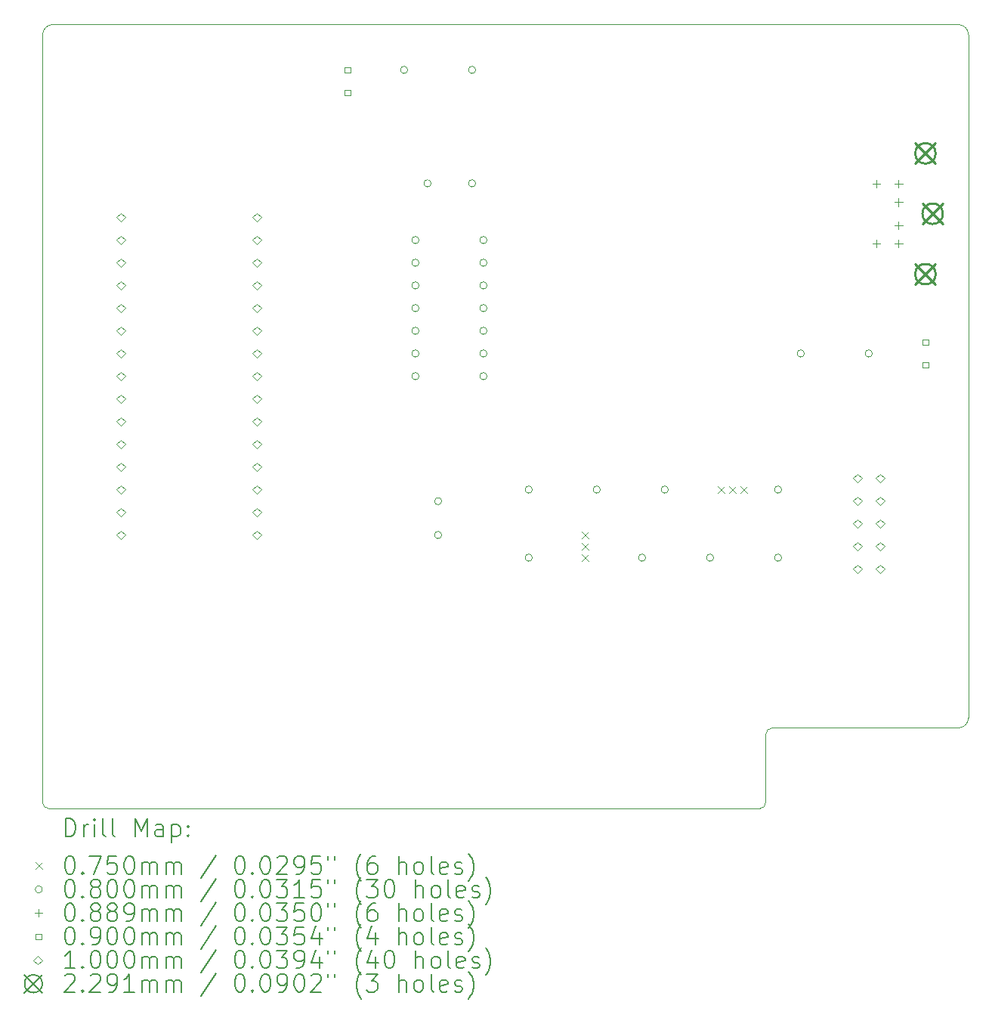
<source format=gbr>
%TF.GenerationSoftware,KiCad,Pcbnew,7.0.6*%
%TF.CreationDate,2023-08-12T23:40:47+02:00*%
%TF.ProjectId,ps2_mouse_to_serial_port_adapter_ISA_card,7073325f-6d6f-4757-9365-5f746f5f7365,rev?*%
%TF.SameCoordinates,Original*%
%TF.FileFunction,Drillmap*%
%TF.FilePolarity,Positive*%
%FSLAX45Y45*%
G04 Gerber Fmt 4.5, Leading zero omitted, Abs format (unit mm)*
G04 Created by KiCad (PCBNEW 7.0.6) date 2023-08-12 23:40:47*
%MOMM*%
%LPD*%
G01*
G04 APERTURE LIST*
%ADD10C,0.050000*%
%ADD11C,0.200000*%
%ADD12C,0.075000*%
%ADD13C,0.080000*%
%ADD14C,0.088900*%
%ADD15C,0.090000*%
%ADD16C,0.100000*%
%ADD17C,0.229108*%
G04 APERTURE END LIST*
D10*
X1282700Y-9982200D02*
G75*
G03*
X1346200Y-10045700I63500J0D01*
G01*
X1397000Y-1270000D02*
X11544300Y-1270000D01*
X11658600Y-1384300D02*
X11658600Y-9029700D01*
X1397000Y-1270000D02*
G75*
G03*
X1282700Y-1384300I0J-114300D01*
G01*
X11544300Y-9144000D02*
G75*
G03*
X11658600Y-9029700I0J114300D01*
G01*
X9321800Y-10045700D02*
G75*
G03*
X9385300Y-9982200I0J63500D01*
G01*
X9461500Y-9144000D02*
G75*
G03*
X9385300Y-9220200I0J-76200D01*
G01*
X11658600Y-1384300D02*
G75*
G03*
X11544300Y-1270000I-114300J0D01*
G01*
X9321800Y-10045700D02*
X1346200Y-10045700D01*
X9461500Y-9144000D02*
X11544300Y-9144000D01*
X9385300Y-9220200D02*
X9385300Y-9982200D01*
X1282700Y-9982200D02*
X1282700Y-1384300D01*
D11*
D12*
X7328500Y-6947500D02*
X7403500Y-7022500D01*
X7403500Y-6947500D02*
X7328500Y-7022500D01*
X7328500Y-7074500D02*
X7403500Y-7149500D01*
X7403500Y-7074500D02*
X7328500Y-7149500D01*
X7328500Y-7201500D02*
X7403500Y-7276500D01*
X7403500Y-7201500D02*
X7328500Y-7276500D01*
X8852500Y-6439500D02*
X8927500Y-6514500D01*
X8927500Y-6439500D02*
X8852500Y-6514500D01*
X8979500Y-6439500D02*
X9054500Y-6514500D01*
X9054500Y-6439500D02*
X8979500Y-6514500D01*
X9106500Y-6439500D02*
X9181500Y-6514500D01*
X9181500Y-6439500D02*
X9106500Y-6514500D01*
D13*
X5374000Y-1778000D02*
G75*
G03*
X5374000Y-1778000I-40000J0D01*
G01*
X5501000Y-3683000D02*
G75*
G03*
X5501000Y-3683000I-40000J0D01*
G01*
X5501000Y-3937000D02*
G75*
G03*
X5501000Y-3937000I-40000J0D01*
G01*
X5501000Y-4191000D02*
G75*
G03*
X5501000Y-4191000I-40000J0D01*
G01*
X5501000Y-4445000D02*
G75*
G03*
X5501000Y-4445000I-40000J0D01*
G01*
X5501000Y-4699000D02*
G75*
G03*
X5501000Y-4699000I-40000J0D01*
G01*
X5501000Y-4953000D02*
G75*
G03*
X5501000Y-4953000I-40000J0D01*
G01*
X5501000Y-5207000D02*
G75*
G03*
X5501000Y-5207000I-40000J0D01*
G01*
X5636000Y-3048000D02*
G75*
G03*
X5636000Y-3048000I-40000J0D01*
G01*
X5755000Y-6605000D02*
G75*
G03*
X5755000Y-6605000I-40000J0D01*
G01*
X5755000Y-6985000D02*
G75*
G03*
X5755000Y-6985000I-40000J0D01*
G01*
X6136000Y-1778000D02*
G75*
G03*
X6136000Y-1778000I-40000J0D01*
G01*
X6136000Y-3048000D02*
G75*
G03*
X6136000Y-3048000I-40000J0D01*
G01*
X6263000Y-3683000D02*
G75*
G03*
X6263000Y-3683000I-40000J0D01*
G01*
X6263000Y-3937000D02*
G75*
G03*
X6263000Y-3937000I-40000J0D01*
G01*
X6263000Y-4191000D02*
G75*
G03*
X6263000Y-4191000I-40000J0D01*
G01*
X6263000Y-4445000D02*
G75*
G03*
X6263000Y-4445000I-40000J0D01*
G01*
X6263000Y-4699000D02*
G75*
G03*
X6263000Y-4699000I-40000J0D01*
G01*
X6263000Y-4953000D02*
G75*
G03*
X6263000Y-4953000I-40000J0D01*
G01*
X6263000Y-5207000D02*
G75*
G03*
X6263000Y-5207000I-40000J0D01*
G01*
X6771000Y-6477000D02*
G75*
G03*
X6771000Y-6477000I-40000J0D01*
G01*
X6771000Y-7239000D02*
G75*
G03*
X6771000Y-7239000I-40000J0D01*
G01*
X7533000Y-6477000D02*
G75*
G03*
X7533000Y-6477000I-40000J0D01*
G01*
X8041000Y-7239000D02*
G75*
G03*
X8041000Y-7239000I-40000J0D01*
G01*
X8295000Y-6477000D02*
G75*
G03*
X8295000Y-6477000I-40000J0D01*
G01*
X8803000Y-7239000D02*
G75*
G03*
X8803000Y-7239000I-40000J0D01*
G01*
X9565000Y-6477000D02*
G75*
G03*
X9565000Y-6477000I-40000J0D01*
G01*
X9565000Y-7239000D02*
G75*
G03*
X9565000Y-7239000I-40000J0D01*
G01*
X9819000Y-4953000D02*
G75*
G03*
X9819000Y-4953000I-40000J0D01*
G01*
X10581000Y-4953000D02*
G75*
G03*
X10581000Y-4953000I-40000J0D01*
G01*
D14*
X10626852Y-3008630D02*
X10626852Y-3097530D01*
X10582402Y-3053080D02*
X10671302Y-3053080D01*
X10626852Y-3678682D02*
X10626852Y-3767582D01*
X10582402Y-3723132D02*
X10671302Y-3723132D01*
X10876026Y-3008630D02*
X10876026Y-3097530D01*
X10831576Y-3053080D02*
X10920476Y-3053080D01*
X10876026Y-3213608D02*
X10876026Y-3302508D01*
X10831576Y-3258058D02*
X10920476Y-3258058D01*
X10876026Y-3473704D02*
X10876026Y-3562604D01*
X10831576Y-3518154D02*
X10920476Y-3518154D01*
X10876026Y-3678682D02*
X10876026Y-3767582D01*
X10831576Y-3723132D02*
X10920476Y-3723132D01*
D15*
X4730820Y-1809820D02*
X4730820Y-1746180D01*
X4667180Y-1746180D01*
X4667180Y-1809820D01*
X4730820Y-1809820D01*
X4730820Y-2063820D02*
X4730820Y-2000180D01*
X4667180Y-2000180D01*
X4667180Y-2063820D01*
X4730820Y-2063820D01*
X11207820Y-4857820D02*
X11207820Y-4794180D01*
X11144180Y-4794180D01*
X11144180Y-4857820D01*
X11207820Y-4857820D01*
X11207820Y-5111820D02*
X11207820Y-5048180D01*
X11144180Y-5048180D01*
X11144180Y-5111820D01*
X11207820Y-5111820D01*
D16*
X2159000Y-3479000D02*
X2209000Y-3429000D01*
X2159000Y-3379000D01*
X2109000Y-3429000D01*
X2159000Y-3479000D01*
X2159000Y-3733000D02*
X2209000Y-3683000D01*
X2159000Y-3633000D01*
X2109000Y-3683000D01*
X2159000Y-3733000D01*
X2159000Y-3987000D02*
X2209000Y-3937000D01*
X2159000Y-3887000D01*
X2109000Y-3937000D01*
X2159000Y-3987000D01*
X2159000Y-4241000D02*
X2209000Y-4191000D01*
X2159000Y-4141000D01*
X2109000Y-4191000D01*
X2159000Y-4241000D01*
X2159000Y-4495000D02*
X2209000Y-4445000D01*
X2159000Y-4395000D01*
X2109000Y-4445000D01*
X2159000Y-4495000D01*
X2159000Y-4749000D02*
X2209000Y-4699000D01*
X2159000Y-4649000D01*
X2109000Y-4699000D01*
X2159000Y-4749000D01*
X2159000Y-5003000D02*
X2209000Y-4953000D01*
X2159000Y-4903000D01*
X2109000Y-4953000D01*
X2159000Y-5003000D01*
X2159000Y-5257000D02*
X2209000Y-5207000D01*
X2159000Y-5157000D01*
X2109000Y-5207000D01*
X2159000Y-5257000D01*
X2159000Y-5511000D02*
X2209000Y-5461000D01*
X2159000Y-5411000D01*
X2109000Y-5461000D01*
X2159000Y-5511000D01*
X2159000Y-5765000D02*
X2209000Y-5715000D01*
X2159000Y-5665000D01*
X2109000Y-5715000D01*
X2159000Y-5765000D01*
X2159000Y-6019000D02*
X2209000Y-5969000D01*
X2159000Y-5919000D01*
X2109000Y-5969000D01*
X2159000Y-6019000D01*
X2159000Y-6273000D02*
X2209000Y-6223000D01*
X2159000Y-6173000D01*
X2109000Y-6223000D01*
X2159000Y-6273000D01*
X2159000Y-6527000D02*
X2209000Y-6477000D01*
X2159000Y-6427000D01*
X2109000Y-6477000D01*
X2159000Y-6527000D01*
X2159000Y-6781000D02*
X2209000Y-6731000D01*
X2159000Y-6681000D01*
X2109000Y-6731000D01*
X2159000Y-6781000D01*
X2159000Y-7035000D02*
X2209000Y-6985000D01*
X2159000Y-6935000D01*
X2109000Y-6985000D01*
X2159000Y-7035000D01*
X3683000Y-3479000D02*
X3733000Y-3429000D01*
X3683000Y-3379000D01*
X3633000Y-3429000D01*
X3683000Y-3479000D01*
X3683000Y-3733000D02*
X3733000Y-3683000D01*
X3683000Y-3633000D01*
X3633000Y-3683000D01*
X3683000Y-3733000D01*
X3683000Y-3987000D02*
X3733000Y-3937000D01*
X3683000Y-3887000D01*
X3633000Y-3937000D01*
X3683000Y-3987000D01*
X3683000Y-4241000D02*
X3733000Y-4191000D01*
X3683000Y-4141000D01*
X3633000Y-4191000D01*
X3683000Y-4241000D01*
X3683000Y-4495000D02*
X3733000Y-4445000D01*
X3683000Y-4395000D01*
X3633000Y-4445000D01*
X3683000Y-4495000D01*
X3683000Y-4749000D02*
X3733000Y-4699000D01*
X3683000Y-4649000D01*
X3633000Y-4699000D01*
X3683000Y-4749000D01*
X3683000Y-5003000D02*
X3733000Y-4953000D01*
X3683000Y-4903000D01*
X3633000Y-4953000D01*
X3683000Y-5003000D01*
X3683000Y-5257000D02*
X3733000Y-5207000D01*
X3683000Y-5157000D01*
X3633000Y-5207000D01*
X3683000Y-5257000D01*
X3683000Y-5511000D02*
X3733000Y-5461000D01*
X3683000Y-5411000D01*
X3633000Y-5461000D01*
X3683000Y-5511000D01*
X3683000Y-5765000D02*
X3733000Y-5715000D01*
X3683000Y-5665000D01*
X3633000Y-5715000D01*
X3683000Y-5765000D01*
X3683000Y-6019000D02*
X3733000Y-5969000D01*
X3683000Y-5919000D01*
X3633000Y-5969000D01*
X3683000Y-6019000D01*
X3683000Y-6273000D02*
X3733000Y-6223000D01*
X3683000Y-6173000D01*
X3633000Y-6223000D01*
X3683000Y-6273000D01*
X3683000Y-6527000D02*
X3733000Y-6477000D01*
X3683000Y-6427000D01*
X3633000Y-6477000D01*
X3683000Y-6527000D01*
X3683000Y-6781000D02*
X3733000Y-6731000D01*
X3683000Y-6681000D01*
X3633000Y-6731000D01*
X3683000Y-6781000D01*
X3683000Y-7035000D02*
X3733000Y-6985000D01*
X3683000Y-6935000D01*
X3633000Y-6985000D01*
X3683000Y-7035000D01*
X10414000Y-6400000D02*
X10464000Y-6350000D01*
X10414000Y-6300000D01*
X10364000Y-6350000D01*
X10414000Y-6400000D01*
X10414000Y-6654000D02*
X10464000Y-6604000D01*
X10414000Y-6554000D01*
X10364000Y-6604000D01*
X10414000Y-6654000D01*
X10414000Y-6908000D02*
X10464000Y-6858000D01*
X10414000Y-6808000D01*
X10364000Y-6858000D01*
X10414000Y-6908000D01*
X10414000Y-7162000D02*
X10464000Y-7112000D01*
X10414000Y-7062000D01*
X10364000Y-7112000D01*
X10414000Y-7162000D01*
X10414000Y-7416000D02*
X10464000Y-7366000D01*
X10414000Y-7316000D01*
X10364000Y-7366000D01*
X10414000Y-7416000D01*
X10668000Y-6400000D02*
X10718000Y-6350000D01*
X10668000Y-6300000D01*
X10618000Y-6350000D01*
X10668000Y-6400000D01*
X10668000Y-6654000D02*
X10718000Y-6604000D01*
X10668000Y-6554000D01*
X10618000Y-6604000D01*
X10668000Y-6654000D01*
X10668000Y-6908000D02*
X10718000Y-6858000D01*
X10668000Y-6808000D01*
X10618000Y-6858000D01*
X10668000Y-6908000D01*
X10668000Y-7162000D02*
X10718000Y-7112000D01*
X10668000Y-7062000D01*
X10618000Y-7112000D01*
X10668000Y-7162000D01*
X10668000Y-7416000D02*
X10718000Y-7366000D01*
X10668000Y-7316000D01*
X10618000Y-7366000D01*
X10668000Y-7416000D01*
D17*
X11061446Y-2597658D02*
X11290554Y-2826766D01*
X11290554Y-2597658D02*
X11061446Y-2826766D01*
X11290554Y-2712212D02*
G75*
G03*
X11290554Y-2712212I-114554J0D01*
G01*
X11061446Y-3949446D02*
X11290554Y-4178554D01*
X11290554Y-3949446D02*
X11061446Y-4178554D01*
X11290554Y-4064000D02*
G75*
G03*
X11290554Y-4064000I-114554J0D01*
G01*
X11142472Y-3273552D02*
X11371580Y-3502660D01*
X11371580Y-3273552D02*
X11142472Y-3502660D01*
X11371580Y-3388106D02*
G75*
G03*
X11371580Y-3388106I-114554J0D01*
G01*
D11*
X1540977Y-10359684D02*
X1540977Y-10159684D01*
X1540977Y-10159684D02*
X1588596Y-10159684D01*
X1588596Y-10159684D02*
X1617167Y-10169208D01*
X1617167Y-10169208D02*
X1636215Y-10188255D01*
X1636215Y-10188255D02*
X1645739Y-10207303D01*
X1645739Y-10207303D02*
X1655262Y-10245398D01*
X1655262Y-10245398D02*
X1655262Y-10273970D01*
X1655262Y-10273970D02*
X1645739Y-10312065D01*
X1645739Y-10312065D02*
X1636215Y-10331112D01*
X1636215Y-10331112D02*
X1617167Y-10350160D01*
X1617167Y-10350160D02*
X1588596Y-10359684D01*
X1588596Y-10359684D02*
X1540977Y-10359684D01*
X1740977Y-10359684D02*
X1740977Y-10226350D01*
X1740977Y-10264446D02*
X1750501Y-10245398D01*
X1750501Y-10245398D02*
X1760024Y-10235874D01*
X1760024Y-10235874D02*
X1779072Y-10226350D01*
X1779072Y-10226350D02*
X1798120Y-10226350D01*
X1864786Y-10359684D02*
X1864786Y-10226350D01*
X1864786Y-10159684D02*
X1855262Y-10169208D01*
X1855262Y-10169208D02*
X1864786Y-10178731D01*
X1864786Y-10178731D02*
X1874310Y-10169208D01*
X1874310Y-10169208D02*
X1864786Y-10159684D01*
X1864786Y-10159684D02*
X1864786Y-10178731D01*
X1988596Y-10359684D02*
X1969548Y-10350160D01*
X1969548Y-10350160D02*
X1960024Y-10331112D01*
X1960024Y-10331112D02*
X1960024Y-10159684D01*
X2093358Y-10359684D02*
X2074310Y-10350160D01*
X2074310Y-10350160D02*
X2064786Y-10331112D01*
X2064786Y-10331112D02*
X2064786Y-10159684D01*
X2321929Y-10359684D02*
X2321929Y-10159684D01*
X2321929Y-10159684D02*
X2388596Y-10302541D01*
X2388596Y-10302541D02*
X2455263Y-10159684D01*
X2455263Y-10159684D02*
X2455263Y-10359684D01*
X2636215Y-10359684D02*
X2636215Y-10254922D01*
X2636215Y-10254922D02*
X2626691Y-10235874D01*
X2626691Y-10235874D02*
X2607644Y-10226350D01*
X2607644Y-10226350D02*
X2569548Y-10226350D01*
X2569548Y-10226350D02*
X2550501Y-10235874D01*
X2636215Y-10350160D02*
X2617167Y-10359684D01*
X2617167Y-10359684D02*
X2569548Y-10359684D01*
X2569548Y-10359684D02*
X2550501Y-10350160D01*
X2550501Y-10350160D02*
X2540977Y-10331112D01*
X2540977Y-10331112D02*
X2540977Y-10312065D01*
X2540977Y-10312065D02*
X2550501Y-10293017D01*
X2550501Y-10293017D02*
X2569548Y-10283493D01*
X2569548Y-10283493D02*
X2617167Y-10283493D01*
X2617167Y-10283493D02*
X2636215Y-10273970D01*
X2731453Y-10226350D02*
X2731453Y-10426350D01*
X2731453Y-10235874D02*
X2750501Y-10226350D01*
X2750501Y-10226350D02*
X2788596Y-10226350D01*
X2788596Y-10226350D02*
X2807643Y-10235874D01*
X2807643Y-10235874D02*
X2817167Y-10245398D01*
X2817167Y-10245398D02*
X2826691Y-10264446D01*
X2826691Y-10264446D02*
X2826691Y-10321589D01*
X2826691Y-10321589D02*
X2817167Y-10340636D01*
X2817167Y-10340636D02*
X2807643Y-10350160D01*
X2807643Y-10350160D02*
X2788596Y-10359684D01*
X2788596Y-10359684D02*
X2750501Y-10359684D01*
X2750501Y-10359684D02*
X2731453Y-10350160D01*
X2912405Y-10340636D02*
X2921929Y-10350160D01*
X2921929Y-10350160D02*
X2912405Y-10359684D01*
X2912405Y-10359684D02*
X2902882Y-10350160D01*
X2902882Y-10350160D02*
X2912405Y-10340636D01*
X2912405Y-10340636D02*
X2912405Y-10359684D01*
X2912405Y-10235874D02*
X2921929Y-10245398D01*
X2921929Y-10245398D02*
X2912405Y-10254922D01*
X2912405Y-10254922D02*
X2902882Y-10245398D01*
X2902882Y-10245398D02*
X2912405Y-10235874D01*
X2912405Y-10235874D02*
X2912405Y-10254922D01*
D12*
X1205200Y-10650700D02*
X1280200Y-10725700D01*
X1280200Y-10650700D02*
X1205200Y-10725700D01*
D11*
X1579072Y-10579684D02*
X1598120Y-10579684D01*
X1598120Y-10579684D02*
X1617167Y-10589208D01*
X1617167Y-10589208D02*
X1626691Y-10598731D01*
X1626691Y-10598731D02*
X1636215Y-10617779D01*
X1636215Y-10617779D02*
X1645739Y-10655874D01*
X1645739Y-10655874D02*
X1645739Y-10703493D01*
X1645739Y-10703493D02*
X1636215Y-10741589D01*
X1636215Y-10741589D02*
X1626691Y-10760636D01*
X1626691Y-10760636D02*
X1617167Y-10770160D01*
X1617167Y-10770160D02*
X1598120Y-10779684D01*
X1598120Y-10779684D02*
X1579072Y-10779684D01*
X1579072Y-10779684D02*
X1560024Y-10770160D01*
X1560024Y-10770160D02*
X1550501Y-10760636D01*
X1550501Y-10760636D02*
X1540977Y-10741589D01*
X1540977Y-10741589D02*
X1531453Y-10703493D01*
X1531453Y-10703493D02*
X1531453Y-10655874D01*
X1531453Y-10655874D02*
X1540977Y-10617779D01*
X1540977Y-10617779D02*
X1550501Y-10598731D01*
X1550501Y-10598731D02*
X1560024Y-10589208D01*
X1560024Y-10589208D02*
X1579072Y-10579684D01*
X1731453Y-10760636D02*
X1740977Y-10770160D01*
X1740977Y-10770160D02*
X1731453Y-10779684D01*
X1731453Y-10779684D02*
X1721929Y-10770160D01*
X1721929Y-10770160D02*
X1731453Y-10760636D01*
X1731453Y-10760636D02*
X1731453Y-10779684D01*
X1807643Y-10579684D02*
X1940977Y-10579684D01*
X1940977Y-10579684D02*
X1855262Y-10779684D01*
X2112405Y-10579684D02*
X2017167Y-10579684D01*
X2017167Y-10579684D02*
X2007643Y-10674922D01*
X2007643Y-10674922D02*
X2017167Y-10665398D01*
X2017167Y-10665398D02*
X2036215Y-10655874D01*
X2036215Y-10655874D02*
X2083834Y-10655874D01*
X2083834Y-10655874D02*
X2102882Y-10665398D01*
X2102882Y-10665398D02*
X2112405Y-10674922D01*
X2112405Y-10674922D02*
X2121929Y-10693970D01*
X2121929Y-10693970D02*
X2121929Y-10741589D01*
X2121929Y-10741589D02*
X2112405Y-10760636D01*
X2112405Y-10760636D02*
X2102882Y-10770160D01*
X2102882Y-10770160D02*
X2083834Y-10779684D01*
X2083834Y-10779684D02*
X2036215Y-10779684D01*
X2036215Y-10779684D02*
X2017167Y-10770160D01*
X2017167Y-10770160D02*
X2007643Y-10760636D01*
X2245739Y-10579684D02*
X2264786Y-10579684D01*
X2264786Y-10579684D02*
X2283834Y-10589208D01*
X2283834Y-10589208D02*
X2293358Y-10598731D01*
X2293358Y-10598731D02*
X2302882Y-10617779D01*
X2302882Y-10617779D02*
X2312405Y-10655874D01*
X2312405Y-10655874D02*
X2312405Y-10703493D01*
X2312405Y-10703493D02*
X2302882Y-10741589D01*
X2302882Y-10741589D02*
X2293358Y-10760636D01*
X2293358Y-10760636D02*
X2283834Y-10770160D01*
X2283834Y-10770160D02*
X2264786Y-10779684D01*
X2264786Y-10779684D02*
X2245739Y-10779684D01*
X2245739Y-10779684D02*
X2226691Y-10770160D01*
X2226691Y-10770160D02*
X2217167Y-10760636D01*
X2217167Y-10760636D02*
X2207644Y-10741589D01*
X2207644Y-10741589D02*
X2198120Y-10703493D01*
X2198120Y-10703493D02*
X2198120Y-10655874D01*
X2198120Y-10655874D02*
X2207644Y-10617779D01*
X2207644Y-10617779D02*
X2217167Y-10598731D01*
X2217167Y-10598731D02*
X2226691Y-10589208D01*
X2226691Y-10589208D02*
X2245739Y-10579684D01*
X2398120Y-10779684D02*
X2398120Y-10646350D01*
X2398120Y-10665398D02*
X2407644Y-10655874D01*
X2407644Y-10655874D02*
X2426691Y-10646350D01*
X2426691Y-10646350D02*
X2455263Y-10646350D01*
X2455263Y-10646350D02*
X2474310Y-10655874D01*
X2474310Y-10655874D02*
X2483834Y-10674922D01*
X2483834Y-10674922D02*
X2483834Y-10779684D01*
X2483834Y-10674922D02*
X2493358Y-10655874D01*
X2493358Y-10655874D02*
X2512405Y-10646350D01*
X2512405Y-10646350D02*
X2540977Y-10646350D01*
X2540977Y-10646350D02*
X2560025Y-10655874D01*
X2560025Y-10655874D02*
X2569548Y-10674922D01*
X2569548Y-10674922D02*
X2569548Y-10779684D01*
X2664786Y-10779684D02*
X2664786Y-10646350D01*
X2664786Y-10665398D02*
X2674310Y-10655874D01*
X2674310Y-10655874D02*
X2693358Y-10646350D01*
X2693358Y-10646350D02*
X2721929Y-10646350D01*
X2721929Y-10646350D02*
X2740977Y-10655874D01*
X2740977Y-10655874D02*
X2750501Y-10674922D01*
X2750501Y-10674922D02*
X2750501Y-10779684D01*
X2750501Y-10674922D02*
X2760025Y-10655874D01*
X2760025Y-10655874D02*
X2779072Y-10646350D01*
X2779072Y-10646350D02*
X2807643Y-10646350D01*
X2807643Y-10646350D02*
X2826691Y-10655874D01*
X2826691Y-10655874D02*
X2836215Y-10674922D01*
X2836215Y-10674922D02*
X2836215Y-10779684D01*
X3226691Y-10570160D02*
X3055263Y-10827303D01*
X3483834Y-10579684D02*
X3502882Y-10579684D01*
X3502882Y-10579684D02*
X3521929Y-10589208D01*
X3521929Y-10589208D02*
X3531453Y-10598731D01*
X3531453Y-10598731D02*
X3540977Y-10617779D01*
X3540977Y-10617779D02*
X3550501Y-10655874D01*
X3550501Y-10655874D02*
X3550501Y-10703493D01*
X3550501Y-10703493D02*
X3540977Y-10741589D01*
X3540977Y-10741589D02*
X3531453Y-10760636D01*
X3531453Y-10760636D02*
X3521929Y-10770160D01*
X3521929Y-10770160D02*
X3502882Y-10779684D01*
X3502882Y-10779684D02*
X3483834Y-10779684D01*
X3483834Y-10779684D02*
X3464786Y-10770160D01*
X3464786Y-10770160D02*
X3455263Y-10760636D01*
X3455263Y-10760636D02*
X3445739Y-10741589D01*
X3445739Y-10741589D02*
X3436215Y-10703493D01*
X3436215Y-10703493D02*
X3436215Y-10655874D01*
X3436215Y-10655874D02*
X3445739Y-10617779D01*
X3445739Y-10617779D02*
X3455263Y-10598731D01*
X3455263Y-10598731D02*
X3464786Y-10589208D01*
X3464786Y-10589208D02*
X3483834Y-10579684D01*
X3636215Y-10760636D02*
X3645739Y-10770160D01*
X3645739Y-10770160D02*
X3636215Y-10779684D01*
X3636215Y-10779684D02*
X3626691Y-10770160D01*
X3626691Y-10770160D02*
X3636215Y-10760636D01*
X3636215Y-10760636D02*
X3636215Y-10779684D01*
X3769548Y-10579684D02*
X3788596Y-10579684D01*
X3788596Y-10579684D02*
X3807644Y-10589208D01*
X3807644Y-10589208D02*
X3817167Y-10598731D01*
X3817167Y-10598731D02*
X3826691Y-10617779D01*
X3826691Y-10617779D02*
X3836215Y-10655874D01*
X3836215Y-10655874D02*
X3836215Y-10703493D01*
X3836215Y-10703493D02*
X3826691Y-10741589D01*
X3826691Y-10741589D02*
X3817167Y-10760636D01*
X3817167Y-10760636D02*
X3807644Y-10770160D01*
X3807644Y-10770160D02*
X3788596Y-10779684D01*
X3788596Y-10779684D02*
X3769548Y-10779684D01*
X3769548Y-10779684D02*
X3750501Y-10770160D01*
X3750501Y-10770160D02*
X3740977Y-10760636D01*
X3740977Y-10760636D02*
X3731453Y-10741589D01*
X3731453Y-10741589D02*
X3721929Y-10703493D01*
X3721929Y-10703493D02*
X3721929Y-10655874D01*
X3721929Y-10655874D02*
X3731453Y-10617779D01*
X3731453Y-10617779D02*
X3740977Y-10598731D01*
X3740977Y-10598731D02*
X3750501Y-10589208D01*
X3750501Y-10589208D02*
X3769548Y-10579684D01*
X3912406Y-10598731D02*
X3921929Y-10589208D01*
X3921929Y-10589208D02*
X3940977Y-10579684D01*
X3940977Y-10579684D02*
X3988596Y-10579684D01*
X3988596Y-10579684D02*
X4007644Y-10589208D01*
X4007644Y-10589208D02*
X4017167Y-10598731D01*
X4017167Y-10598731D02*
X4026691Y-10617779D01*
X4026691Y-10617779D02*
X4026691Y-10636827D01*
X4026691Y-10636827D02*
X4017167Y-10665398D01*
X4017167Y-10665398D02*
X3902882Y-10779684D01*
X3902882Y-10779684D02*
X4026691Y-10779684D01*
X4121929Y-10779684D02*
X4160025Y-10779684D01*
X4160025Y-10779684D02*
X4179072Y-10770160D01*
X4179072Y-10770160D02*
X4188596Y-10760636D01*
X4188596Y-10760636D02*
X4207644Y-10732065D01*
X4207644Y-10732065D02*
X4217168Y-10693970D01*
X4217168Y-10693970D02*
X4217168Y-10617779D01*
X4217168Y-10617779D02*
X4207644Y-10598731D01*
X4207644Y-10598731D02*
X4198120Y-10589208D01*
X4198120Y-10589208D02*
X4179072Y-10579684D01*
X4179072Y-10579684D02*
X4140977Y-10579684D01*
X4140977Y-10579684D02*
X4121929Y-10589208D01*
X4121929Y-10589208D02*
X4112406Y-10598731D01*
X4112406Y-10598731D02*
X4102882Y-10617779D01*
X4102882Y-10617779D02*
X4102882Y-10665398D01*
X4102882Y-10665398D02*
X4112406Y-10684446D01*
X4112406Y-10684446D02*
X4121929Y-10693970D01*
X4121929Y-10693970D02*
X4140977Y-10703493D01*
X4140977Y-10703493D02*
X4179072Y-10703493D01*
X4179072Y-10703493D02*
X4198120Y-10693970D01*
X4198120Y-10693970D02*
X4207644Y-10684446D01*
X4207644Y-10684446D02*
X4217168Y-10665398D01*
X4398120Y-10579684D02*
X4302882Y-10579684D01*
X4302882Y-10579684D02*
X4293358Y-10674922D01*
X4293358Y-10674922D02*
X4302882Y-10665398D01*
X4302882Y-10665398D02*
X4321929Y-10655874D01*
X4321929Y-10655874D02*
X4369549Y-10655874D01*
X4369549Y-10655874D02*
X4388596Y-10665398D01*
X4388596Y-10665398D02*
X4398120Y-10674922D01*
X4398120Y-10674922D02*
X4407644Y-10693970D01*
X4407644Y-10693970D02*
X4407644Y-10741589D01*
X4407644Y-10741589D02*
X4398120Y-10760636D01*
X4398120Y-10760636D02*
X4388596Y-10770160D01*
X4388596Y-10770160D02*
X4369549Y-10779684D01*
X4369549Y-10779684D02*
X4321929Y-10779684D01*
X4321929Y-10779684D02*
X4302882Y-10770160D01*
X4302882Y-10770160D02*
X4293358Y-10760636D01*
X4483834Y-10579684D02*
X4483834Y-10617779D01*
X4560025Y-10579684D02*
X4560025Y-10617779D01*
X4855263Y-10855874D02*
X4845739Y-10846350D01*
X4845739Y-10846350D02*
X4826691Y-10817779D01*
X4826691Y-10817779D02*
X4817168Y-10798731D01*
X4817168Y-10798731D02*
X4807644Y-10770160D01*
X4807644Y-10770160D02*
X4798120Y-10722541D01*
X4798120Y-10722541D02*
X4798120Y-10684446D01*
X4798120Y-10684446D02*
X4807644Y-10636827D01*
X4807644Y-10636827D02*
X4817168Y-10608255D01*
X4817168Y-10608255D02*
X4826691Y-10589208D01*
X4826691Y-10589208D02*
X4845739Y-10560636D01*
X4845739Y-10560636D02*
X4855263Y-10551112D01*
X5017168Y-10579684D02*
X4979072Y-10579684D01*
X4979072Y-10579684D02*
X4960025Y-10589208D01*
X4960025Y-10589208D02*
X4950501Y-10598731D01*
X4950501Y-10598731D02*
X4931453Y-10627303D01*
X4931453Y-10627303D02*
X4921930Y-10665398D01*
X4921930Y-10665398D02*
X4921930Y-10741589D01*
X4921930Y-10741589D02*
X4931453Y-10760636D01*
X4931453Y-10760636D02*
X4940977Y-10770160D01*
X4940977Y-10770160D02*
X4960025Y-10779684D01*
X4960025Y-10779684D02*
X4998120Y-10779684D01*
X4998120Y-10779684D02*
X5017168Y-10770160D01*
X5017168Y-10770160D02*
X5026691Y-10760636D01*
X5026691Y-10760636D02*
X5036215Y-10741589D01*
X5036215Y-10741589D02*
X5036215Y-10693970D01*
X5036215Y-10693970D02*
X5026691Y-10674922D01*
X5026691Y-10674922D02*
X5017168Y-10665398D01*
X5017168Y-10665398D02*
X4998120Y-10655874D01*
X4998120Y-10655874D02*
X4960025Y-10655874D01*
X4960025Y-10655874D02*
X4940977Y-10665398D01*
X4940977Y-10665398D02*
X4931453Y-10674922D01*
X4931453Y-10674922D02*
X4921930Y-10693970D01*
X5274311Y-10779684D02*
X5274311Y-10579684D01*
X5360025Y-10779684D02*
X5360025Y-10674922D01*
X5360025Y-10674922D02*
X5350501Y-10655874D01*
X5350501Y-10655874D02*
X5331453Y-10646350D01*
X5331453Y-10646350D02*
X5302882Y-10646350D01*
X5302882Y-10646350D02*
X5283834Y-10655874D01*
X5283834Y-10655874D02*
X5274311Y-10665398D01*
X5483834Y-10779684D02*
X5464787Y-10770160D01*
X5464787Y-10770160D02*
X5455263Y-10760636D01*
X5455263Y-10760636D02*
X5445739Y-10741589D01*
X5445739Y-10741589D02*
X5445739Y-10684446D01*
X5445739Y-10684446D02*
X5455263Y-10665398D01*
X5455263Y-10665398D02*
X5464787Y-10655874D01*
X5464787Y-10655874D02*
X5483834Y-10646350D01*
X5483834Y-10646350D02*
X5512406Y-10646350D01*
X5512406Y-10646350D02*
X5531453Y-10655874D01*
X5531453Y-10655874D02*
X5540977Y-10665398D01*
X5540977Y-10665398D02*
X5550501Y-10684446D01*
X5550501Y-10684446D02*
X5550501Y-10741589D01*
X5550501Y-10741589D02*
X5540977Y-10760636D01*
X5540977Y-10760636D02*
X5531453Y-10770160D01*
X5531453Y-10770160D02*
X5512406Y-10779684D01*
X5512406Y-10779684D02*
X5483834Y-10779684D01*
X5664787Y-10779684D02*
X5645739Y-10770160D01*
X5645739Y-10770160D02*
X5636215Y-10751112D01*
X5636215Y-10751112D02*
X5636215Y-10579684D01*
X5817168Y-10770160D02*
X5798120Y-10779684D01*
X5798120Y-10779684D02*
X5760025Y-10779684D01*
X5760025Y-10779684D02*
X5740977Y-10770160D01*
X5740977Y-10770160D02*
X5731453Y-10751112D01*
X5731453Y-10751112D02*
X5731453Y-10674922D01*
X5731453Y-10674922D02*
X5740977Y-10655874D01*
X5740977Y-10655874D02*
X5760025Y-10646350D01*
X5760025Y-10646350D02*
X5798120Y-10646350D01*
X5798120Y-10646350D02*
X5817168Y-10655874D01*
X5817168Y-10655874D02*
X5826691Y-10674922D01*
X5826691Y-10674922D02*
X5826691Y-10693970D01*
X5826691Y-10693970D02*
X5731453Y-10713017D01*
X5902882Y-10770160D02*
X5921930Y-10779684D01*
X5921930Y-10779684D02*
X5960025Y-10779684D01*
X5960025Y-10779684D02*
X5979072Y-10770160D01*
X5979072Y-10770160D02*
X5988596Y-10751112D01*
X5988596Y-10751112D02*
X5988596Y-10741589D01*
X5988596Y-10741589D02*
X5979072Y-10722541D01*
X5979072Y-10722541D02*
X5960025Y-10713017D01*
X5960025Y-10713017D02*
X5931453Y-10713017D01*
X5931453Y-10713017D02*
X5912406Y-10703493D01*
X5912406Y-10703493D02*
X5902882Y-10684446D01*
X5902882Y-10684446D02*
X5902882Y-10674922D01*
X5902882Y-10674922D02*
X5912406Y-10655874D01*
X5912406Y-10655874D02*
X5931453Y-10646350D01*
X5931453Y-10646350D02*
X5960025Y-10646350D01*
X5960025Y-10646350D02*
X5979072Y-10655874D01*
X6055263Y-10855874D02*
X6064787Y-10846350D01*
X6064787Y-10846350D02*
X6083834Y-10817779D01*
X6083834Y-10817779D02*
X6093358Y-10798731D01*
X6093358Y-10798731D02*
X6102882Y-10770160D01*
X6102882Y-10770160D02*
X6112406Y-10722541D01*
X6112406Y-10722541D02*
X6112406Y-10684446D01*
X6112406Y-10684446D02*
X6102882Y-10636827D01*
X6102882Y-10636827D02*
X6093358Y-10608255D01*
X6093358Y-10608255D02*
X6083834Y-10589208D01*
X6083834Y-10589208D02*
X6064787Y-10560636D01*
X6064787Y-10560636D02*
X6055263Y-10551112D01*
D13*
X1280200Y-10952200D02*
G75*
G03*
X1280200Y-10952200I-40000J0D01*
G01*
D11*
X1579072Y-10843684D02*
X1598120Y-10843684D01*
X1598120Y-10843684D02*
X1617167Y-10853208D01*
X1617167Y-10853208D02*
X1626691Y-10862731D01*
X1626691Y-10862731D02*
X1636215Y-10881779D01*
X1636215Y-10881779D02*
X1645739Y-10919874D01*
X1645739Y-10919874D02*
X1645739Y-10967493D01*
X1645739Y-10967493D02*
X1636215Y-11005589D01*
X1636215Y-11005589D02*
X1626691Y-11024636D01*
X1626691Y-11024636D02*
X1617167Y-11034160D01*
X1617167Y-11034160D02*
X1598120Y-11043684D01*
X1598120Y-11043684D02*
X1579072Y-11043684D01*
X1579072Y-11043684D02*
X1560024Y-11034160D01*
X1560024Y-11034160D02*
X1550501Y-11024636D01*
X1550501Y-11024636D02*
X1540977Y-11005589D01*
X1540977Y-11005589D02*
X1531453Y-10967493D01*
X1531453Y-10967493D02*
X1531453Y-10919874D01*
X1531453Y-10919874D02*
X1540977Y-10881779D01*
X1540977Y-10881779D02*
X1550501Y-10862731D01*
X1550501Y-10862731D02*
X1560024Y-10853208D01*
X1560024Y-10853208D02*
X1579072Y-10843684D01*
X1731453Y-11024636D02*
X1740977Y-11034160D01*
X1740977Y-11034160D02*
X1731453Y-11043684D01*
X1731453Y-11043684D02*
X1721929Y-11034160D01*
X1721929Y-11034160D02*
X1731453Y-11024636D01*
X1731453Y-11024636D02*
X1731453Y-11043684D01*
X1855262Y-10929398D02*
X1836215Y-10919874D01*
X1836215Y-10919874D02*
X1826691Y-10910350D01*
X1826691Y-10910350D02*
X1817167Y-10891303D01*
X1817167Y-10891303D02*
X1817167Y-10881779D01*
X1817167Y-10881779D02*
X1826691Y-10862731D01*
X1826691Y-10862731D02*
X1836215Y-10853208D01*
X1836215Y-10853208D02*
X1855262Y-10843684D01*
X1855262Y-10843684D02*
X1893358Y-10843684D01*
X1893358Y-10843684D02*
X1912405Y-10853208D01*
X1912405Y-10853208D02*
X1921929Y-10862731D01*
X1921929Y-10862731D02*
X1931453Y-10881779D01*
X1931453Y-10881779D02*
X1931453Y-10891303D01*
X1931453Y-10891303D02*
X1921929Y-10910350D01*
X1921929Y-10910350D02*
X1912405Y-10919874D01*
X1912405Y-10919874D02*
X1893358Y-10929398D01*
X1893358Y-10929398D02*
X1855262Y-10929398D01*
X1855262Y-10929398D02*
X1836215Y-10938922D01*
X1836215Y-10938922D02*
X1826691Y-10948446D01*
X1826691Y-10948446D02*
X1817167Y-10967493D01*
X1817167Y-10967493D02*
X1817167Y-11005589D01*
X1817167Y-11005589D02*
X1826691Y-11024636D01*
X1826691Y-11024636D02*
X1836215Y-11034160D01*
X1836215Y-11034160D02*
X1855262Y-11043684D01*
X1855262Y-11043684D02*
X1893358Y-11043684D01*
X1893358Y-11043684D02*
X1912405Y-11034160D01*
X1912405Y-11034160D02*
X1921929Y-11024636D01*
X1921929Y-11024636D02*
X1931453Y-11005589D01*
X1931453Y-11005589D02*
X1931453Y-10967493D01*
X1931453Y-10967493D02*
X1921929Y-10948446D01*
X1921929Y-10948446D02*
X1912405Y-10938922D01*
X1912405Y-10938922D02*
X1893358Y-10929398D01*
X2055262Y-10843684D02*
X2074310Y-10843684D01*
X2074310Y-10843684D02*
X2093358Y-10853208D01*
X2093358Y-10853208D02*
X2102882Y-10862731D01*
X2102882Y-10862731D02*
X2112405Y-10881779D01*
X2112405Y-10881779D02*
X2121929Y-10919874D01*
X2121929Y-10919874D02*
X2121929Y-10967493D01*
X2121929Y-10967493D02*
X2112405Y-11005589D01*
X2112405Y-11005589D02*
X2102882Y-11024636D01*
X2102882Y-11024636D02*
X2093358Y-11034160D01*
X2093358Y-11034160D02*
X2074310Y-11043684D01*
X2074310Y-11043684D02*
X2055262Y-11043684D01*
X2055262Y-11043684D02*
X2036215Y-11034160D01*
X2036215Y-11034160D02*
X2026691Y-11024636D01*
X2026691Y-11024636D02*
X2017167Y-11005589D01*
X2017167Y-11005589D02*
X2007643Y-10967493D01*
X2007643Y-10967493D02*
X2007643Y-10919874D01*
X2007643Y-10919874D02*
X2017167Y-10881779D01*
X2017167Y-10881779D02*
X2026691Y-10862731D01*
X2026691Y-10862731D02*
X2036215Y-10853208D01*
X2036215Y-10853208D02*
X2055262Y-10843684D01*
X2245739Y-10843684D02*
X2264786Y-10843684D01*
X2264786Y-10843684D02*
X2283834Y-10853208D01*
X2283834Y-10853208D02*
X2293358Y-10862731D01*
X2293358Y-10862731D02*
X2302882Y-10881779D01*
X2302882Y-10881779D02*
X2312405Y-10919874D01*
X2312405Y-10919874D02*
X2312405Y-10967493D01*
X2312405Y-10967493D02*
X2302882Y-11005589D01*
X2302882Y-11005589D02*
X2293358Y-11024636D01*
X2293358Y-11024636D02*
X2283834Y-11034160D01*
X2283834Y-11034160D02*
X2264786Y-11043684D01*
X2264786Y-11043684D02*
X2245739Y-11043684D01*
X2245739Y-11043684D02*
X2226691Y-11034160D01*
X2226691Y-11034160D02*
X2217167Y-11024636D01*
X2217167Y-11024636D02*
X2207644Y-11005589D01*
X2207644Y-11005589D02*
X2198120Y-10967493D01*
X2198120Y-10967493D02*
X2198120Y-10919874D01*
X2198120Y-10919874D02*
X2207644Y-10881779D01*
X2207644Y-10881779D02*
X2217167Y-10862731D01*
X2217167Y-10862731D02*
X2226691Y-10853208D01*
X2226691Y-10853208D02*
X2245739Y-10843684D01*
X2398120Y-11043684D02*
X2398120Y-10910350D01*
X2398120Y-10929398D02*
X2407644Y-10919874D01*
X2407644Y-10919874D02*
X2426691Y-10910350D01*
X2426691Y-10910350D02*
X2455263Y-10910350D01*
X2455263Y-10910350D02*
X2474310Y-10919874D01*
X2474310Y-10919874D02*
X2483834Y-10938922D01*
X2483834Y-10938922D02*
X2483834Y-11043684D01*
X2483834Y-10938922D02*
X2493358Y-10919874D01*
X2493358Y-10919874D02*
X2512405Y-10910350D01*
X2512405Y-10910350D02*
X2540977Y-10910350D01*
X2540977Y-10910350D02*
X2560025Y-10919874D01*
X2560025Y-10919874D02*
X2569548Y-10938922D01*
X2569548Y-10938922D02*
X2569548Y-11043684D01*
X2664786Y-11043684D02*
X2664786Y-10910350D01*
X2664786Y-10929398D02*
X2674310Y-10919874D01*
X2674310Y-10919874D02*
X2693358Y-10910350D01*
X2693358Y-10910350D02*
X2721929Y-10910350D01*
X2721929Y-10910350D02*
X2740977Y-10919874D01*
X2740977Y-10919874D02*
X2750501Y-10938922D01*
X2750501Y-10938922D02*
X2750501Y-11043684D01*
X2750501Y-10938922D02*
X2760025Y-10919874D01*
X2760025Y-10919874D02*
X2779072Y-10910350D01*
X2779072Y-10910350D02*
X2807643Y-10910350D01*
X2807643Y-10910350D02*
X2826691Y-10919874D01*
X2826691Y-10919874D02*
X2836215Y-10938922D01*
X2836215Y-10938922D02*
X2836215Y-11043684D01*
X3226691Y-10834160D02*
X3055263Y-11091303D01*
X3483834Y-10843684D02*
X3502882Y-10843684D01*
X3502882Y-10843684D02*
X3521929Y-10853208D01*
X3521929Y-10853208D02*
X3531453Y-10862731D01*
X3531453Y-10862731D02*
X3540977Y-10881779D01*
X3540977Y-10881779D02*
X3550501Y-10919874D01*
X3550501Y-10919874D02*
X3550501Y-10967493D01*
X3550501Y-10967493D02*
X3540977Y-11005589D01*
X3540977Y-11005589D02*
X3531453Y-11024636D01*
X3531453Y-11024636D02*
X3521929Y-11034160D01*
X3521929Y-11034160D02*
X3502882Y-11043684D01*
X3502882Y-11043684D02*
X3483834Y-11043684D01*
X3483834Y-11043684D02*
X3464786Y-11034160D01*
X3464786Y-11034160D02*
X3455263Y-11024636D01*
X3455263Y-11024636D02*
X3445739Y-11005589D01*
X3445739Y-11005589D02*
X3436215Y-10967493D01*
X3436215Y-10967493D02*
X3436215Y-10919874D01*
X3436215Y-10919874D02*
X3445739Y-10881779D01*
X3445739Y-10881779D02*
X3455263Y-10862731D01*
X3455263Y-10862731D02*
X3464786Y-10853208D01*
X3464786Y-10853208D02*
X3483834Y-10843684D01*
X3636215Y-11024636D02*
X3645739Y-11034160D01*
X3645739Y-11034160D02*
X3636215Y-11043684D01*
X3636215Y-11043684D02*
X3626691Y-11034160D01*
X3626691Y-11034160D02*
X3636215Y-11024636D01*
X3636215Y-11024636D02*
X3636215Y-11043684D01*
X3769548Y-10843684D02*
X3788596Y-10843684D01*
X3788596Y-10843684D02*
X3807644Y-10853208D01*
X3807644Y-10853208D02*
X3817167Y-10862731D01*
X3817167Y-10862731D02*
X3826691Y-10881779D01*
X3826691Y-10881779D02*
X3836215Y-10919874D01*
X3836215Y-10919874D02*
X3836215Y-10967493D01*
X3836215Y-10967493D02*
X3826691Y-11005589D01*
X3826691Y-11005589D02*
X3817167Y-11024636D01*
X3817167Y-11024636D02*
X3807644Y-11034160D01*
X3807644Y-11034160D02*
X3788596Y-11043684D01*
X3788596Y-11043684D02*
X3769548Y-11043684D01*
X3769548Y-11043684D02*
X3750501Y-11034160D01*
X3750501Y-11034160D02*
X3740977Y-11024636D01*
X3740977Y-11024636D02*
X3731453Y-11005589D01*
X3731453Y-11005589D02*
X3721929Y-10967493D01*
X3721929Y-10967493D02*
X3721929Y-10919874D01*
X3721929Y-10919874D02*
X3731453Y-10881779D01*
X3731453Y-10881779D02*
X3740977Y-10862731D01*
X3740977Y-10862731D02*
X3750501Y-10853208D01*
X3750501Y-10853208D02*
X3769548Y-10843684D01*
X3902882Y-10843684D02*
X4026691Y-10843684D01*
X4026691Y-10843684D02*
X3960025Y-10919874D01*
X3960025Y-10919874D02*
X3988596Y-10919874D01*
X3988596Y-10919874D02*
X4007644Y-10929398D01*
X4007644Y-10929398D02*
X4017167Y-10938922D01*
X4017167Y-10938922D02*
X4026691Y-10957970D01*
X4026691Y-10957970D02*
X4026691Y-11005589D01*
X4026691Y-11005589D02*
X4017167Y-11024636D01*
X4017167Y-11024636D02*
X4007644Y-11034160D01*
X4007644Y-11034160D02*
X3988596Y-11043684D01*
X3988596Y-11043684D02*
X3931453Y-11043684D01*
X3931453Y-11043684D02*
X3912406Y-11034160D01*
X3912406Y-11034160D02*
X3902882Y-11024636D01*
X4217168Y-11043684D02*
X4102882Y-11043684D01*
X4160025Y-11043684D02*
X4160025Y-10843684D01*
X4160025Y-10843684D02*
X4140977Y-10872255D01*
X4140977Y-10872255D02*
X4121929Y-10891303D01*
X4121929Y-10891303D02*
X4102882Y-10900827D01*
X4398120Y-10843684D02*
X4302882Y-10843684D01*
X4302882Y-10843684D02*
X4293358Y-10938922D01*
X4293358Y-10938922D02*
X4302882Y-10929398D01*
X4302882Y-10929398D02*
X4321929Y-10919874D01*
X4321929Y-10919874D02*
X4369549Y-10919874D01*
X4369549Y-10919874D02*
X4388596Y-10929398D01*
X4388596Y-10929398D02*
X4398120Y-10938922D01*
X4398120Y-10938922D02*
X4407644Y-10957970D01*
X4407644Y-10957970D02*
X4407644Y-11005589D01*
X4407644Y-11005589D02*
X4398120Y-11024636D01*
X4398120Y-11024636D02*
X4388596Y-11034160D01*
X4388596Y-11034160D02*
X4369549Y-11043684D01*
X4369549Y-11043684D02*
X4321929Y-11043684D01*
X4321929Y-11043684D02*
X4302882Y-11034160D01*
X4302882Y-11034160D02*
X4293358Y-11024636D01*
X4483834Y-10843684D02*
X4483834Y-10881779D01*
X4560025Y-10843684D02*
X4560025Y-10881779D01*
X4855263Y-11119874D02*
X4845739Y-11110350D01*
X4845739Y-11110350D02*
X4826691Y-11081779D01*
X4826691Y-11081779D02*
X4817168Y-11062731D01*
X4817168Y-11062731D02*
X4807644Y-11034160D01*
X4807644Y-11034160D02*
X4798120Y-10986541D01*
X4798120Y-10986541D02*
X4798120Y-10948446D01*
X4798120Y-10948446D02*
X4807644Y-10900827D01*
X4807644Y-10900827D02*
X4817168Y-10872255D01*
X4817168Y-10872255D02*
X4826691Y-10853208D01*
X4826691Y-10853208D02*
X4845739Y-10824636D01*
X4845739Y-10824636D02*
X4855263Y-10815112D01*
X4912406Y-10843684D02*
X5036215Y-10843684D01*
X5036215Y-10843684D02*
X4969549Y-10919874D01*
X4969549Y-10919874D02*
X4998120Y-10919874D01*
X4998120Y-10919874D02*
X5017168Y-10929398D01*
X5017168Y-10929398D02*
X5026691Y-10938922D01*
X5026691Y-10938922D02*
X5036215Y-10957970D01*
X5036215Y-10957970D02*
X5036215Y-11005589D01*
X5036215Y-11005589D02*
X5026691Y-11024636D01*
X5026691Y-11024636D02*
X5017168Y-11034160D01*
X5017168Y-11034160D02*
X4998120Y-11043684D01*
X4998120Y-11043684D02*
X4940977Y-11043684D01*
X4940977Y-11043684D02*
X4921930Y-11034160D01*
X4921930Y-11034160D02*
X4912406Y-11024636D01*
X5160025Y-10843684D02*
X5179072Y-10843684D01*
X5179072Y-10843684D02*
X5198120Y-10853208D01*
X5198120Y-10853208D02*
X5207644Y-10862731D01*
X5207644Y-10862731D02*
X5217168Y-10881779D01*
X5217168Y-10881779D02*
X5226691Y-10919874D01*
X5226691Y-10919874D02*
X5226691Y-10967493D01*
X5226691Y-10967493D02*
X5217168Y-11005589D01*
X5217168Y-11005589D02*
X5207644Y-11024636D01*
X5207644Y-11024636D02*
X5198120Y-11034160D01*
X5198120Y-11034160D02*
X5179072Y-11043684D01*
X5179072Y-11043684D02*
X5160025Y-11043684D01*
X5160025Y-11043684D02*
X5140977Y-11034160D01*
X5140977Y-11034160D02*
X5131453Y-11024636D01*
X5131453Y-11024636D02*
X5121930Y-11005589D01*
X5121930Y-11005589D02*
X5112406Y-10967493D01*
X5112406Y-10967493D02*
X5112406Y-10919874D01*
X5112406Y-10919874D02*
X5121930Y-10881779D01*
X5121930Y-10881779D02*
X5131453Y-10862731D01*
X5131453Y-10862731D02*
X5140977Y-10853208D01*
X5140977Y-10853208D02*
X5160025Y-10843684D01*
X5464787Y-11043684D02*
X5464787Y-10843684D01*
X5550501Y-11043684D02*
X5550501Y-10938922D01*
X5550501Y-10938922D02*
X5540977Y-10919874D01*
X5540977Y-10919874D02*
X5521930Y-10910350D01*
X5521930Y-10910350D02*
X5493358Y-10910350D01*
X5493358Y-10910350D02*
X5474311Y-10919874D01*
X5474311Y-10919874D02*
X5464787Y-10929398D01*
X5674310Y-11043684D02*
X5655263Y-11034160D01*
X5655263Y-11034160D02*
X5645739Y-11024636D01*
X5645739Y-11024636D02*
X5636215Y-11005589D01*
X5636215Y-11005589D02*
X5636215Y-10948446D01*
X5636215Y-10948446D02*
X5645739Y-10929398D01*
X5645739Y-10929398D02*
X5655263Y-10919874D01*
X5655263Y-10919874D02*
X5674310Y-10910350D01*
X5674310Y-10910350D02*
X5702882Y-10910350D01*
X5702882Y-10910350D02*
X5721930Y-10919874D01*
X5721930Y-10919874D02*
X5731453Y-10929398D01*
X5731453Y-10929398D02*
X5740977Y-10948446D01*
X5740977Y-10948446D02*
X5740977Y-11005589D01*
X5740977Y-11005589D02*
X5731453Y-11024636D01*
X5731453Y-11024636D02*
X5721930Y-11034160D01*
X5721930Y-11034160D02*
X5702882Y-11043684D01*
X5702882Y-11043684D02*
X5674310Y-11043684D01*
X5855263Y-11043684D02*
X5836215Y-11034160D01*
X5836215Y-11034160D02*
X5826691Y-11015112D01*
X5826691Y-11015112D02*
X5826691Y-10843684D01*
X6007644Y-11034160D02*
X5988596Y-11043684D01*
X5988596Y-11043684D02*
X5950501Y-11043684D01*
X5950501Y-11043684D02*
X5931453Y-11034160D01*
X5931453Y-11034160D02*
X5921930Y-11015112D01*
X5921930Y-11015112D02*
X5921930Y-10938922D01*
X5921930Y-10938922D02*
X5931453Y-10919874D01*
X5931453Y-10919874D02*
X5950501Y-10910350D01*
X5950501Y-10910350D02*
X5988596Y-10910350D01*
X5988596Y-10910350D02*
X6007644Y-10919874D01*
X6007644Y-10919874D02*
X6017168Y-10938922D01*
X6017168Y-10938922D02*
X6017168Y-10957970D01*
X6017168Y-10957970D02*
X5921930Y-10977017D01*
X6093358Y-11034160D02*
X6112406Y-11043684D01*
X6112406Y-11043684D02*
X6150501Y-11043684D01*
X6150501Y-11043684D02*
X6169549Y-11034160D01*
X6169549Y-11034160D02*
X6179072Y-11015112D01*
X6179072Y-11015112D02*
X6179072Y-11005589D01*
X6179072Y-11005589D02*
X6169549Y-10986541D01*
X6169549Y-10986541D02*
X6150501Y-10977017D01*
X6150501Y-10977017D02*
X6121930Y-10977017D01*
X6121930Y-10977017D02*
X6102882Y-10967493D01*
X6102882Y-10967493D02*
X6093358Y-10948446D01*
X6093358Y-10948446D02*
X6093358Y-10938922D01*
X6093358Y-10938922D02*
X6102882Y-10919874D01*
X6102882Y-10919874D02*
X6121930Y-10910350D01*
X6121930Y-10910350D02*
X6150501Y-10910350D01*
X6150501Y-10910350D02*
X6169549Y-10919874D01*
X6245739Y-11119874D02*
X6255263Y-11110350D01*
X6255263Y-11110350D02*
X6274311Y-11081779D01*
X6274311Y-11081779D02*
X6283834Y-11062731D01*
X6283834Y-11062731D02*
X6293358Y-11034160D01*
X6293358Y-11034160D02*
X6302882Y-10986541D01*
X6302882Y-10986541D02*
X6302882Y-10948446D01*
X6302882Y-10948446D02*
X6293358Y-10900827D01*
X6293358Y-10900827D02*
X6283834Y-10872255D01*
X6283834Y-10872255D02*
X6274311Y-10853208D01*
X6274311Y-10853208D02*
X6255263Y-10824636D01*
X6255263Y-10824636D02*
X6245739Y-10815112D01*
D14*
X1235750Y-11171750D02*
X1235750Y-11260650D01*
X1191300Y-11216200D02*
X1280200Y-11216200D01*
D11*
X1579072Y-11107684D02*
X1598120Y-11107684D01*
X1598120Y-11107684D02*
X1617167Y-11117208D01*
X1617167Y-11117208D02*
X1626691Y-11126731D01*
X1626691Y-11126731D02*
X1636215Y-11145779D01*
X1636215Y-11145779D02*
X1645739Y-11183874D01*
X1645739Y-11183874D02*
X1645739Y-11231493D01*
X1645739Y-11231493D02*
X1636215Y-11269588D01*
X1636215Y-11269588D02*
X1626691Y-11288636D01*
X1626691Y-11288636D02*
X1617167Y-11298160D01*
X1617167Y-11298160D02*
X1598120Y-11307684D01*
X1598120Y-11307684D02*
X1579072Y-11307684D01*
X1579072Y-11307684D02*
X1560024Y-11298160D01*
X1560024Y-11298160D02*
X1550501Y-11288636D01*
X1550501Y-11288636D02*
X1540977Y-11269588D01*
X1540977Y-11269588D02*
X1531453Y-11231493D01*
X1531453Y-11231493D02*
X1531453Y-11183874D01*
X1531453Y-11183874D02*
X1540977Y-11145779D01*
X1540977Y-11145779D02*
X1550501Y-11126731D01*
X1550501Y-11126731D02*
X1560024Y-11117208D01*
X1560024Y-11117208D02*
X1579072Y-11107684D01*
X1731453Y-11288636D02*
X1740977Y-11298160D01*
X1740977Y-11298160D02*
X1731453Y-11307684D01*
X1731453Y-11307684D02*
X1721929Y-11298160D01*
X1721929Y-11298160D02*
X1731453Y-11288636D01*
X1731453Y-11288636D02*
X1731453Y-11307684D01*
X1855262Y-11193398D02*
X1836215Y-11183874D01*
X1836215Y-11183874D02*
X1826691Y-11174350D01*
X1826691Y-11174350D02*
X1817167Y-11155303D01*
X1817167Y-11155303D02*
X1817167Y-11145779D01*
X1817167Y-11145779D02*
X1826691Y-11126731D01*
X1826691Y-11126731D02*
X1836215Y-11117208D01*
X1836215Y-11117208D02*
X1855262Y-11107684D01*
X1855262Y-11107684D02*
X1893358Y-11107684D01*
X1893358Y-11107684D02*
X1912405Y-11117208D01*
X1912405Y-11117208D02*
X1921929Y-11126731D01*
X1921929Y-11126731D02*
X1931453Y-11145779D01*
X1931453Y-11145779D02*
X1931453Y-11155303D01*
X1931453Y-11155303D02*
X1921929Y-11174350D01*
X1921929Y-11174350D02*
X1912405Y-11183874D01*
X1912405Y-11183874D02*
X1893358Y-11193398D01*
X1893358Y-11193398D02*
X1855262Y-11193398D01*
X1855262Y-11193398D02*
X1836215Y-11202922D01*
X1836215Y-11202922D02*
X1826691Y-11212446D01*
X1826691Y-11212446D02*
X1817167Y-11231493D01*
X1817167Y-11231493D02*
X1817167Y-11269588D01*
X1817167Y-11269588D02*
X1826691Y-11288636D01*
X1826691Y-11288636D02*
X1836215Y-11298160D01*
X1836215Y-11298160D02*
X1855262Y-11307684D01*
X1855262Y-11307684D02*
X1893358Y-11307684D01*
X1893358Y-11307684D02*
X1912405Y-11298160D01*
X1912405Y-11298160D02*
X1921929Y-11288636D01*
X1921929Y-11288636D02*
X1931453Y-11269588D01*
X1931453Y-11269588D02*
X1931453Y-11231493D01*
X1931453Y-11231493D02*
X1921929Y-11212446D01*
X1921929Y-11212446D02*
X1912405Y-11202922D01*
X1912405Y-11202922D02*
X1893358Y-11193398D01*
X2045739Y-11193398D02*
X2026691Y-11183874D01*
X2026691Y-11183874D02*
X2017167Y-11174350D01*
X2017167Y-11174350D02*
X2007643Y-11155303D01*
X2007643Y-11155303D02*
X2007643Y-11145779D01*
X2007643Y-11145779D02*
X2017167Y-11126731D01*
X2017167Y-11126731D02*
X2026691Y-11117208D01*
X2026691Y-11117208D02*
X2045739Y-11107684D01*
X2045739Y-11107684D02*
X2083834Y-11107684D01*
X2083834Y-11107684D02*
X2102882Y-11117208D01*
X2102882Y-11117208D02*
X2112405Y-11126731D01*
X2112405Y-11126731D02*
X2121929Y-11145779D01*
X2121929Y-11145779D02*
X2121929Y-11155303D01*
X2121929Y-11155303D02*
X2112405Y-11174350D01*
X2112405Y-11174350D02*
X2102882Y-11183874D01*
X2102882Y-11183874D02*
X2083834Y-11193398D01*
X2083834Y-11193398D02*
X2045739Y-11193398D01*
X2045739Y-11193398D02*
X2026691Y-11202922D01*
X2026691Y-11202922D02*
X2017167Y-11212446D01*
X2017167Y-11212446D02*
X2007643Y-11231493D01*
X2007643Y-11231493D02*
X2007643Y-11269588D01*
X2007643Y-11269588D02*
X2017167Y-11288636D01*
X2017167Y-11288636D02*
X2026691Y-11298160D01*
X2026691Y-11298160D02*
X2045739Y-11307684D01*
X2045739Y-11307684D02*
X2083834Y-11307684D01*
X2083834Y-11307684D02*
X2102882Y-11298160D01*
X2102882Y-11298160D02*
X2112405Y-11288636D01*
X2112405Y-11288636D02*
X2121929Y-11269588D01*
X2121929Y-11269588D02*
X2121929Y-11231493D01*
X2121929Y-11231493D02*
X2112405Y-11212446D01*
X2112405Y-11212446D02*
X2102882Y-11202922D01*
X2102882Y-11202922D02*
X2083834Y-11193398D01*
X2217167Y-11307684D02*
X2255263Y-11307684D01*
X2255263Y-11307684D02*
X2274310Y-11298160D01*
X2274310Y-11298160D02*
X2283834Y-11288636D01*
X2283834Y-11288636D02*
X2302882Y-11260065D01*
X2302882Y-11260065D02*
X2312405Y-11221969D01*
X2312405Y-11221969D02*
X2312405Y-11145779D01*
X2312405Y-11145779D02*
X2302882Y-11126731D01*
X2302882Y-11126731D02*
X2293358Y-11117208D01*
X2293358Y-11117208D02*
X2274310Y-11107684D01*
X2274310Y-11107684D02*
X2236215Y-11107684D01*
X2236215Y-11107684D02*
X2217167Y-11117208D01*
X2217167Y-11117208D02*
X2207644Y-11126731D01*
X2207644Y-11126731D02*
X2198120Y-11145779D01*
X2198120Y-11145779D02*
X2198120Y-11193398D01*
X2198120Y-11193398D02*
X2207644Y-11212446D01*
X2207644Y-11212446D02*
X2217167Y-11221969D01*
X2217167Y-11221969D02*
X2236215Y-11231493D01*
X2236215Y-11231493D02*
X2274310Y-11231493D01*
X2274310Y-11231493D02*
X2293358Y-11221969D01*
X2293358Y-11221969D02*
X2302882Y-11212446D01*
X2302882Y-11212446D02*
X2312405Y-11193398D01*
X2398120Y-11307684D02*
X2398120Y-11174350D01*
X2398120Y-11193398D02*
X2407644Y-11183874D01*
X2407644Y-11183874D02*
X2426691Y-11174350D01*
X2426691Y-11174350D02*
X2455263Y-11174350D01*
X2455263Y-11174350D02*
X2474310Y-11183874D01*
X2474310Y-11183874D02*
X2483834Y-11202922D01*
X2483834Y-11202922D02*
X2483834Y-11307684D01*
X2483834Y-11202922D02*
X2493358Y-11183874D01*
X2493358Y-11183874D02*
X2512405Y-11174350D01*
X2512405Y-11174350D02*
X2540977Y-11174350D01*
X2540977Y-11174350D02*
X2560025Y-11183874D01*
X2560025Y-11183874D02*
X2569548Y-11202922D01*
X2569548Y-11202922D02*
X2569548Y-11307684D01*
X2664786Y-11307684D02*
X2664786Y-11174350D01*
X2664786Y-11193398D02*
X2674310Y-11183874D01*
X2674310Y-11183874D02*
X2693358Y-11174350D01*
X2693358Y-11174350D02*
X2721929Y-11174350D01*
X2721929Y-11174350D02*
X2740977Y-11183874D01*
X2740977Y-11183874D02*
X2750501Y-11202922D01*
X2750501Y-11202922D02*
X2750501Y-11307684D01*
X2750501Y-11202922D02*
X2760025Y-11183874D01*
X2760025Y-11183874D02*
X2779072Y-11174350D01*
X2779072Y-11174350D02*
X2807643Y-11174350D01*
X2807643Y-11174350D02*
X2826691Y-11183874D01*
X2826691Y-11183874D02*
X2836215Y-11202922D01*
X2836215Y-11202922D02*
X2836215Y-11307684D01*
X3226691Y-11098160D02*
X3055263Y-11355303D01*
X3483834Y-11107684D02*
X3502882Y-11107684D01*
X3502882Y-11107684D02*
X3521929Y-11117208D01*
X3521929Y-11117208D02*
X3531453Y-11126731D01*
X3531453Y-11126731D02*
X3540977Y-11145779D01*
X3540977Y-11145779D02*
X3550501Y-11183874D01*
X3550501Y-11183874D02*
X3550501Y-11231493D01*
X3550501Y-11231493D02*
X3540977Y-11269588D01*
X3540977Y-11269588D02*
X3531453Y-11288636D01*
X3531453Y-11288636D02*
X3521929Y-11298160D01*
X3521929Y-11298160D02*
X3502882Y-11307684D01*
X3502882Y-11307684D02*
X3483834Y-11307684D01*
X3483834Y-11307684D02*
X3464786Y-11298160D01*
X3464786Y-11298160D02*
X3455263Y-11288636D01*
X3455263Y-11288636D02*
X3445739Y-11269588D01*
X3445739Y-11269588D02*
X3436215Y-11231493D01*
X3436215Y-11231493D02*
X3436215Y-11183874D01*
X3436215Y-11183874D02*
X3445739Y-11145779D01*
X3445739Y-11145779D02*
X3455263Y-11126731D01*
X3455263Y-11126731D02*
X3464786Y-11117208D01*
X3464786Y-11117208D02*
X3483834Y-11107684D01*
X3636215Y-11288636D02*
X3645739Y-11298160D01*
X3645739Y-11298160D02*
X3636215Y-11307684D01*
X3636215Y-11307684D02*
X3626691Y-11298160D01*
X3626691Y-11298160D02*
X3636215Y-11288636D01*
X3636215Y-11288636D02*
X3636215Y-11307684D01*
X3769548Y-11107684D02*
X3788596Y-11107684D01*
X3788596Y-11107684D02*
X3807644Y-11117208D01*
X3807644Y-11117208D02*
X3817167Y-11126731D01*
X3817167Y-11126731D02*
X3826691Y-11145779D01*
X3826691Y-11145779D02*
X3836215Y-11183874D01*
X3836215Y-11183874D02*
X3836215Y-11231493D01*
X3836215Y-11231493D02*
X3826691Y-11269588D01*
X3826691Y-11269588D02*
X3817167Y-11288636D01*
X3817167Y-11288636D02*
X3807644Y-11298160D01*
X3807644Y-11298160D02*
X3788596Y-11307684D01*
X3788596Y-11307684D02*
X3769548Y-11307684D01*
X3769548Y-11307684D02*
X3750501Y-11298160D01*
X3750501Y-11298160D02*
X3740977Y-11288636D01*
X3740977Y-11288636D02*
X3731453Y-11269588D01*
X3731453Y-11269588D02*
X3721929Y-11231493D01*
X3721929Y-11231493D02*
X3721929Y-11183874D01*
X3721929Y-11183874D02*
X3731453Y-11145779D01*
X3731453Y-11145779D02*
X3740977Y-11126731D01*
X3740977Y-11126731D02*
X3750501Y-11117208D01*
X3750501Y-11117208D02*
X3769548Y-11107684D01*
X3902882Y-11107684D02*
X4026691Y-11107684D01*
X4026691Y-11107684D02*
X3960025Y-11183874D01*
X3960025Y-11183874D02*
X3988596Y-11183874D01*
X3988596Y-11183874D02*
X4007644Y-11193398D01*
X4007644Y-11193398D02*
X4017167Y-11202922D01*
X4017167Y-11202922D02*
X4026691Y-11221969D01*
X4026691Y-11221969D02*
X4026691Y-11269588D01*
X4026691Y-11269588D02*
X4017167Y-11288636D01*
X4017167Y-11288636D02*
X4007644Y-11298160D01*
X4007644Y-11298160D02*
X3988596Y-11307684D01*
X3988596Y-11307684D02*
X3931453Y-11307684D01*
X3931453Y-11307684D02*
X3912406Y-11298160D01*
X3912406Y-11298160D02*
X3902882Y-11288636D01*
X4207644Y-11107684D02*
X4112406Y-11107684D01*
X4112406Y-11107684D02*
X4102882Y-11202922D01*
X4102882Y-11202922D02*
X4112406Y-11193398D01*
X4112406Y-11193398D02*
X4131453Y-11183874D01*
X4131453Y-11183874D02*
X4179072Y-11183874D01*
X4179072Y-11183874D02*
X4198120Y-11193398D01*
X4198120Y-11193398D02*
X4207644Y-11202922D01*
X4207644Y-11202922D02*
X4217168Y-11221969D01*
X4217168Y-11221969D02*
X4217168Y-11269588D01*
X4217168Y-11269588D02*
X4207644Y-11288636D01*
X4207644Y-11288636D02*
X4198120Y-11298160D01*
X4198120Y-11298160D02*
X4179072Y-11307684D01*
X4179072Y-11307684D02*
X4131453Y-11307684D01*
X4131453Y-11307684D02*
X4112406Y-11298160D01*
X4112406Y-11298160D02*
X4102882Y-11288636D01*
X4340977Y-11107684D02*
X4360025Y-11107684D01*
X4360025Y-11107684D02*
X4379072Y-11117208D01*
X4379072Y-11117208D02*
X4388596Y-11126731D01*
X4388596Y-11126731D02*
X4398120Y-11145779D01*
X4398120Y-11145779D02*
X4407644Y-11183874D01*
X4407644Y-11183874D02*
X4407644Y-11231493D01*
X4407644Y-11231493D02*
X4398120Y-11269588D01*
X4398120Y-11269588D02*
X4388596Y-11288636D01*
X4388596Y-11288636D02*
X4379072Y-11298160D01*
X4379072Y-11298160D02*
X4360025Y-11307684D01*
X4360025Y-11307684D02*
X4340977Y-11307684D01*
X4340977Y-11307684D02*
X4321929Y-11298160D01*
X4321929Y-11298160D02*
X4312406Y-11288636D01*
X4312406Y-11288636D02*
X4302882Y-11269588D01*
X4302882Y-11269588D02*
X4293358Y-11231493D01*
X4293358Y-11231493D02*
X4293358Y-11183874D01*
X4293358Y-11183874D02*
X4302882Y-11145779D01*
X4302882Y-11145779D02*
X4312406Y-11126731D01*
X4312406Y-11126731D02*
X4321929Y-11117208D01*
X4321929Y-11117208D02*
X4340977Y-11107684D01*
X4483834Y-11107684D02*
X4483834Y-11145779D01*
X4560025Y-11107684D02*
X4560025Y-11145779D01*
X4855263Y-11383874D02*
X4845739Y-11374350D01*
X4845739Y-11374350D02*
X4826691Y-11345779D01*
X4826691Y-11345779D02*
X4817168Y-11326731D01*
X4817168Y-11326731D02*
X4807644Y-11298160D01*
X4807644Y-11298160D02*
X4798120Y-11250541D01*
X4798120Y-11250541D02*
X4798120Y-11212446D01*
X4798120Y-11212446D02*
X4807644Y-11164827D01*
X4807644Y-11164827D02*
X4817168Y-11136255D01*
X4817168Y-11136255D02*
X4826691Y-11117208D01*
X4826691Y-11117208D02*
X4845739Y-11088636D01*
X4845739Y-11088636D02*
X4855263Y-11079112D01*
X5017168Y-11107684D02*
X4979072Y-11107684D01*
X4979072Y-11107684D02*
X4960025Y-11117208D01*
X4960025Y-11117208D02*
X4950501Y-11126731D01*
X4950501Y-11126731D02*
X4931453Y-11155303D01*
X4931453Y-11155303D02*
X4921930Y-11193398D01*
X4921930Y-11193398D02*
X4921930Y-11269588D01*
X4921930Y-11269588D02*
X4931453Y-11288636D01*
X4931453Y-11288636D02*
X4940977Y-11298160D01*
X4940977Y-11298160D02*
X4960025Y-11307684D01*
X4960025Y-11307684D02*
X4998120Y-11307684D01*
X4998120Y-11307684D02*
X5017168Y-11298160D01*
X5017168Y-11298160D02*
X5026691Y-11288636D01*
X5026691Y-11288636D02*
X5036215Y-11269588D01*
X5036215Y-11269588D02*
X5036215Y-11221969D01*
X5036215Y-11221969D02*
X5026691Y-11202922D01*
X5026691Y-11202922D02*
X5017168Y-11193398D01*
X5017168Y-11193398D02*
X4998120Y-11183874D01*
X4998120Y-11183874D02*
X4960025Y-11183874D01*
X4960025Y-11183874D02*
X4940977Y-11193398D01*
X4940977Y-11193398D02*
X4931453Y-11202922D01*
X4931453Y-11202922D02*
X4921930Y-11221969D01*
X5274311Y-11307684D02*
X5274311Y-11107684D01*
X5360025Y-11307684D02*
X5360025Y-11202922D01*
X5360025Y-11202922D02*
X5350501Y-11183874D01*
X5350501Y-11183874D02*
X5331453Y-11174350D01*
X5331453Y-11174350D02*
X5302882Y-11174350D01*
X5302882Y-11174350D02*
X5283834Y-11183874D01*
X5283834Y-11183874D02*
X5274311Y-11193398D01*
X5483834Y-11307684D02*
X5464787Y-11298160D01*
X5464787Y-11298160D02*
X5455263Y-11288636D01*
X5455263Y-11288636D02*
X5445739Y-11269588D01*
X5445739Y-11269588D02*
X5445739Y-11212446D01*
X5445739Y-11212446D02*
X5455263Y-11193398D01*
X5455263Y-11193398D02*
X5464787Y-11183874D01*
X5464787Y-11183874D02*
X5483834Y-11174350D01*
X5483834Y-11174350D02*
X5512406Y-11174350D01*
X5512406Y-11174350D02*
X5531453Y-11183874D01*
X5531453Y-11183874D02*
X5540977Y-11193398D01*
X5540977Y-11193398D02*
X5550501Y-11212446D01*
X5550501Y-11212446D02*
X5550501Y-11269588D01*
X5550501Y-11269588D02*
X5540977Y-11288636D01*
X5540977Y-11288636D02*
X5531453Y-11298160D01*
X5531453Y-11298160D02*
X5512406Y-11307684D01*
X5512406Y-11307684D02*
X5483834Y-11307684D01*
X5664787Y-11307684D02*
X5645739Y-11298160D01*
X5645739Y-11298160D02*
X5636215Y-11279112D01*
X5636215Y-11279112D02*
X5636215Y-11107684D01*
X5817168Y-11298160D02*
X5798120Y-11307684D01*
X5798120Y-11307684D02*
X5760025Y-11307684D01*
X5760025Y-11307684D02*
X5740977Y-11298160D01*
X5740977Y-11298160D02*
X5731453Y-11279112D01*
X5731453Y-11279112D02*
X5731453Y-11202922D01*
X5731453Y-11202922D02*
X5740977Y-11183874D01*
X5740977Y-11183874D02*
X5760025Y-11174350D01*
X5760025Y-11174350D02*
X5798120Y-11174350D01*
X5798120Y-11174350D02*
X5817168Y-11183874D01*
X5817168Y-11183874D02*
X5826691Y-11202922D01*
X5826691Y-11202922D02*
X5826691Y-11221969D01*
X5826691Y-11221969D02*
X5731453Y-11241017D01*
X5902882Y-11298160D02*
X5921930Y-11307684D01*
X5921930Y-11307684D02*
X5960025Y-11307684D01*
X5960025Y-11307684D02*
X5979072Y-11298160D01*
X5979072Y-11298160D02*
X5988596Y-11279112D01*
X5988596Y-11279112D02*
X5988596Y-11269588D01*
X5988596Y-11269588D02*
X5979072Y-11250541D01*
X5979072Y-11250541D02*
X5960025Y-11241017D01*
X5960025Y-11241017D02*
X5931453Y-11241017D01*
X5931453Y-11241017D02*
X5912406Y-11231493D01*
X5912406Y-11231493D02*
X5902882Y-11212446D01*
X5902882Y-11212446D02*
X5902882Y-11202922D01*
X5902882Y-11202922D02*
X5912406Y-11183874D01*
X5912406Y-11183874D02*
X5931453Y-11174350D01*
X5931453Y-11174350D02*
X5960025Y-11174350D01*
X5960025Y-11174350D02*
X5979072Y-11183874D01*
X6055263Y-11383874D02*
X6064787Y-11374350D01*
X6064787Y-11374350D02*
X6083834Y-11345779D01*
X6083834Y-11345779D02*
X6093358Y-11326731D01*
X6093358Y-11326731D02*
X6102882Y-11298160D01*
X6102882Y-11298160D02*
X6112406Y-11250541D01*
X6112406Y-11250541D02*
X6112406Y-11212446D01*
X6112406Y-11212446D02*
X6102882Y-11164827D01*
X6102882Y-11164827D02*
X6093358Y-11136255D01*
X6093358Y-11136255D02*
X6083834Y-11117208D01*
X6083834Y-11117208D02*
X6064787Y-11088636D01*
X6064787Y-11088636D02*
X6055263Y-11079112D01*
D15*
X1267020Y-11512020D02*
X1267020Y-11448380D01*
X1203380Y-11448380D01*
X1203380Y-11512020D01*
X1267020Y-11512020D01*
D11*
X1579072Y-11371684D02*
X1598120Y-11371684D01*
X1598120Y-11371684D02*
X1617167Y-11381208D01*
X1617167Y-11381208D02*
X1626691Y-11390731D01*
X1626691Y-11390731D02*
X1636215Y-11409779D01*
X1636215Y-11409779D02*
X1645739Y-11447874D01*
X1645739Y-11447874D02*
X1645739Y-11495493D01*
X1645739Y-11495493D02*
X1636215Y-11533588D01*
X1636215Y-11533588D02*
X1626691Y-11552636D01*
X1626691Y-11552636D02*
X1617167Y-11562160D01*
X1617167Y-11562160D02*
X1598120Y-11571684D01*
X1598120Y-11571684D02*
X1579072Y-11571684D01*
X1579072Y-11571684D02*
X1560024Y-11562160D01*
X1560024Y-11562160D02*
X1550501Y-11552636D01*
X1550501Y-11552636D02*
X1540977Y-11533588D01*
X1540977Y-11533588D02*
X1531453Y-11495493D01*
X1531453Y-11495493D02*
X1531453Y-11447874D01*
X1531453Y-11447874D02*
X1540977Y-11409779D01*
X1540977Y-11409779D02*
X1550501Y-11390731D01*
X1550501Y-11390731D02*
X1560024Y-11381208D01*
X1560024Y-11381208D02*
X1579072Y-11371684D01*
X1731453Y-11552636D02*
X1740977Y-11562160D01*
X1740977Y-11562160D02*
X1731453Y-11571684D01*
X1731453Y-11571684D02*
X1721929Y-11562160D01*
X1721929Y-11562160D02*
X1731453Y-11552636D01*
X1731453Y-11552636D02*
X1731453Y-11571684D01*
X1836215Y-11571684D02*
X1874310Y-11571684D01*
X1874310Y-11571684D02*
X1893358Y-11562160D01*
X1893358Y-11562160D02*
X1902882Y-11552636D01*
X1902882Y-11552636D02*
X1921929Y-11524065D01*
X1921929Y-11524065D02*
X1931453Y-11485969D01*
X1931453Y-11485969D02*
X1931453Y-11409779D01*
X1931453Y-11409779D02*
X1921929Y-11390731D01*
X1921929Y-11390731D02*
X1912405Y-11381208D01*
X1912405Y-11381208D02*
X1893358Y-11371684D01*
X1893358Y-11371684D02*
X1855262Y-11371684D01*
X1855262Y-11371684D02*
X1836215Y-11381208D01*
X1836215Y-11381208D02*
X1826691Y-11390731D01*
X1826691Y-11390731D02*
X1817167Y-11409779D01*
X1817167Y-11409779D02*
X1817167Y-11457398D01*
X1817167Y-11457398D02*
X1826691Y-11476446D01*
X1826691Y-11476446D02*
X1836215Y-11485969D01*
X1836215Y-11485969D02*
X1855262Y-11495493D01*
X1855262Y-11495493D02*
X1893358Y-11495493D01*
X1893358Y-11495493D02*
X1912405Y-11485969D01*
X1912405Y-11485969D02*
X1921929Y-11476446D01*
X1921929Y-11476446D02*
X1931453Y-11457398D01*
X2055262Y-11371684D02*
X2074310Y-11371684D01*
X2074310Y-11371684D02*
X2093358Y-11381208D01*
X2093358Y-11381208D02*
X2102882Y-11390731D01*
X2102882Y-11390731D02*
X2112405Y-11409779D01*
X2112405Y-11409779D02*
X2121929Y-11447874D01*
X2121929Y-11447874D02*
X2121929Y-11495493D01*
X2121929Y-11495493D02*
X2112405Y-11533588D01*
X2112405Y-11533588D02*
X2102882Y-11552636D01*
X2102882Y-11552636D02*
X2093358Y-11562160D01*
X2093358Y-11562160D02*
X2074310Y-11571684D01*
X2074310Y-11571684D02*
X2055262Y-11571684D01*
X2055262Y-11571684D02*
X2036215Y-11562160D01*
X2036215Y-11562160D02*
X2026691Y-11552636D01*
X2026691Y-11552636D02*
X2017167Y-11533588D01*
X2017167Y-11533588D02*
X2007643Y-11495493D01*
X2007643Y-11495493D02*
X2007643Y-11447874D01*
X2007643Y-11447874D02*
X2017167Y-11409779D01*
X2017167Y-11409779D02*
X2026691Y-11390731D01*
X2026691Y-11390731D02*
X2036215Y-11381208D01*
X2036215Y-11381208D02*
X2055262Y-11371684D01*
X2245739Y-11371684D02*
X2264786Y-11371684D01*
X2264786Y-11371684D02*
X2283834Y-11381208D01*
X2283834Y-11381208D02*
X2293358Y-11390731D01*
X2293358Y-11390731D02*
X2302882Y-11409779D01*
X2302882Y-11409779D02*
X2312405Y-11447874D01*
X2312405Y-11447874D02*
X2312405Y-11495493D01*
X2312405Y-11495493D02*
X2302882Y-11533588D01*
X2302882Y-11533588D02*
X2293358Y-11552636D01*
X2293358Y-11552636D02*
X2283834Y-11562160D01*
X2283834Y-11562160D02*
X2264786Y-11571684D01*
X2264786Y-11571684D02*
X2245739Y-11571684D01*
X2245739Y-11571684D02*
X2226691Y-11562160D01*
X2226691Y-11562160D02*
X2217167Y-11552636D01*
X2217167Y-11552636D02*
X2207644Y-11533588D01*
X2207644Y-11533588D02*
X2198120Y-11495493D01*
X2198120Y-11495493D02*
X2198120Y-11447874D01*
X2198120Y-11447874D02*
X2207644Y-11409779D01*
X2207644Y-11409779D02*
X2217167Y-11390731D01*
X2217167Y-11390731D02*
X2226691Y-11381208D01*
X2226691Y-11381208D02*
X2245739Y-11371684D01*
X2398120Y-11571684D02*
X2398120Y-11438350D01*
X2398120Y-11457398D02*
X2407644Y-11447874D01*
X2407644Y-11447874D02*
X2426691Y-11438350D01*
X2426691Y-11438350D02*
X2455263Y-11438350D01*
X2455263Y-11438350D02*
X2474310Y-11447874D01*
X2474310Y-11447874D02*
X2483834Y-11466922D01*
X2483834Y-11466922D02*
X2483834Y-11571684D01*
X2483834Y-11466922D02*
X2493358Y-11447874D01*
X2493358Y-11447874D02*
X2512405Y-11438350D01*
X2512405Y-11438350D02*
X2540977Y-11438350D01*
X2540977Y-11438350D02*
X2560025Y-11447874D01*
X2560025Y-11447874D02*
X2569548Y-11466922D01*
X2569548Y-11466922D02*
X2569548Y-11571684D01*
X2664786Y-11571684D02*
X2664786Y-11438350D01*
X2664786Y-11457398D02*
X2674310Y-11447874D01*
X2674310Y-11447874D02*
X2693358Y-11438350D01*
X2693358Y-11438350D02*
X2721929Y-11438350D01*
X2721929Y-11438350D02*
X2740977Y-11447874D01*
X2740977Y-11447874D02*
X2750501Y-11466922D01*
X2750501Y-11466922D02*
X2750501Y-11571684D01*
X2750501Y-11466922D02*
X2760025Y-11447874D01*
X2760025Y-11447874D02*
X2779072Y-11438350D01*
X2779072Y-11438350D02*
X2807643Y-11438350D01*
X2807643Y-11438350D02*
X2826691Y-11447874D01*
X2826691Y-11447874D02*
X2836215Y-11466922D01*
X2836215Y-11466922D02*
X2836215Y-11571684D01*
X3226691Y-11362160D02*
X3055263Y-11619303D01*
X3483834Y-11371684D02*
X3502882Y-11371684D01*
X3502882Y-11371684D02*
X3521929Y-11381208D01*
X3521929Y-11381208D02*
X3531453Y-11390731D01*
X3531453Y-11390731D02*
X3540977Y-11409779D01*
X3540977Y-11409779D02*
X3550501Y-11447874D01*
X3550501Y-11447874D02*
X3550501Y-11495493D01*
X3550501Y-11495493D02*
X3540977Y-11533588D01*
X3540977Y-11533588D02*
X3531453Y-11552636D01*
X3531453Y-11552636D02*
X3521929Y-11562160D01*
X3521929Y-11562160D02*
X3502882Y-11571684D01*
X3502882Y-11571684D02*
X3483834Y-11571684D01*
X3483834Y-11571684D02*
X3464786Y-11562160D01*
X3464786Y-11562160D02*
X3455263Y-11552636D01*
X3455263Y-11552636D02*
X3445739Y-11533588D01*
X3445739Y-11533588D02*
X3436215Y-11495493D01*
X3436215Y-11495493D02*
X3436215Y-11447874D01*
X3436215Y-11447874D02*
X3445739Y-11409779D01*
X3445739Y-11409779D02*
X3455263Y-11390731D01*
X3455263Y-11390731D02*
X3464786Y-11381208D01*
X3464786Y-11381208D02*
X3483834Y-11371684D01*
X3636215Y-11552636D02*
X3645739Y-11562160D01*
X3645739Y-11562160D02*
X3636215Y-11571684D01*
X3636215Y-11571684D02*
X3626691Y-11562160D01*
X3626691Y-11562160D02*
X3636215Y-11552636D01*
X3636215Y-11552636D02*
X3636215Y-11571684D01*
X3769548Y-11371684D02*
X3788596Y-11371684D01*
X3788596Y-11371684D02*
X3807644Y-11381208D01*
X3807644Y-11381208D02*
X3817167Y-11390731D01*
X3817167Y-11390731D02*
X3826691Y-11409779D01*
X3826691Y-11409779D02*
X3836215Y-11447874D01*
X3836215Y-11447874D02*
X3836215Y-11495493D01*
X3836215Y-11495493D02*
X3826691Y-11533588D01*
X3826691Y-11533588D02*
X3817167Y-11552636D01*
X3817167Y-11552636D02*
X3807644Y-11562160D01*
X3807644Y-11562160D02*
X3788596Y-11571684D01*
X3788596Y-11571684D02*
X3769548Y-11571684D01*
X3769548Y-11571684D02*
X3750501Y-11562160D01*
X3750501Y-11562160D02*
X3740977Y-11552636D01*
X3740977Y-11552636D02*
X3731453Y-11533588D01*
X3731453Y-11533588D02*
X3721929Y-11495493D01*
X3721929Y-11495493D02*
X3721929Y-11447874D01*
X3721929Y-11447874D02*
X3731453Y-11409779D01*
X3731453Y-11409779D02*
X3740977Y-11390731D01*
X3740977Y-11390731D02*
X3750501Y-11381208D01*
X3750501Y-11381208D02*
X3769548Y-11371684D01*
X3902882Y-11371684D02*
X4026691Y-11371684D01*
X4026691Y-11371684D02*
X3960025Y-11447874D01*
X3960025Y-11447874D02*
X3988596Y-11447874D01*
X3988596Y-11447874D02*
X4007644Y-11457398D01*
X4007644Y-11457398D02*
X4017167Y-11466922D01*
X4017167Y-11466922D02*
X4026691Y-11485969D01*
X4026691Y-11485969D02*
X4026691Y-11533588D01*
X4026691Y-11533588D02*
X4017167Y-11552636D01*
X4017167Y-11552636D02*
X4007644Y-11562160D01*
X4007644Y-11562160D02*
X3988596Y-11571684D01*
X3988596Y-11571684D02*
X3931453Y-11571684D01*
X3931453Y-11571684D02*
X3912406Y-11562160D01*
X3912406Y-11562160D02*
X3902882Y-11552636D01*
X4207644Y-11371684D02*
X4112406Y-11371684D01*
X4112406Y-11371684D02*
X4102882Y-11466922D01*
X4102882Y-11466922D02*
X4112406Y-11457398D01*
X4112406Y-11457398D02*
X4131453Y-11447874D01*
X4131453Y-11447874D02*
X4179072Y-11447874D01*
X4179072Y-11447874D02*
X4198120Y-11457398D01*
X4198120Y-11457398D02*
X4207644Y-11466922D01*
X4207644Y-11466922D02*
X4217168Y-11485969D01*
X4217168Y-11485969D02*
X4217168Y-11533588D01*
X4217168Y-11533588D02*
X4207644Y-11552636D01*
X4207644Y-11552636D02*
X4198120Y-11562160D01*
X4198120Y-11562160D02*
X4179072Y-11571684D01*
X4179072Y-11571684D02*
X4131453Y-11571684D01*
X4131453Y-11571684D02*
X4112406Y-11562160D01*
X4112406Y-11562160D02*
X4102882Y-11552636D01*
X4388596Y-11438350D02*
X4388596Y-11571684D01*
X4340977Y-11362160D02*
X4293358Y-11505017D01*
X4293358Y-11505017D02*
X4417168Y-11505017D01*
X4483834Y-11371684D02*
X4483834Y-11409779D01*
X4560025Y-11371684D02*
X4560025Y-11409779D01*
X4855263Y-11647874D02*
X4845739Y-11638350D01*
X4845739Y-11638350D02*
X4826691Y-11609779D01*
X4826691Y-11609779D02*
X4817168Y-11590731D01*
X4817168Y-11590731D02*
X4807644Y-11562160D01*
X4807644Y-11562160D02*
X4798120Y-11514541D01*
X4798120Y-11514541D02*
X4798120Y-11476446D01*
X4798120Y-11476446D02*
X4807644Y-11428827D01*
X4807644Y-11428827D02*
X4817168Y-11400255D01*
X4817168Y-11400255D02*
X4826691Y-11381208D01*
X4826691Y-11381208D02*
X4845739Y-11352636D01*
X4845739Y-11352636D02*
X4855263Y-11343112D01*
X5017168Y-11438350D02*
X5017168Y-11571684D01*
X4969549Y-11362160D02*
X4921930Y-11505017D01*
X4921930Y-11505017D02*
X5045739Y-11505017D01*
X5274311Y-11571684D02*
X5274311Y-11371684D01*
X5360025Y-11571684D02*
X5360025Y-11466922D01*
X5360025Y-11466922D02*
X5350501Y-11447874D01*
X5350501Y-11447874D02*
X5331453Y-11438350D01*
X5331453Y-11438350D02*
X5302882Y-11438350D01*
X5302882Y-11438350D02*
X5283834Y-11447874D01*
X5283834Y-11447874D02*
X5274311Y-11457398D01*
X5483834Y-11571684D02*
X5464787Y-11562160D01*
X5464787Y-11562160D02*
X5455263Y-11552636D01*
X5455263Y-11552636D02*
X5445739Y-11533588D01*
X5445739Y-11533588D02*
X5445739Y-11476446D01*
X5445739Y-11476446D02*
X5455263Y-11457398D01*
X5455263Y-11457398D02*
X5464787Y-11447874D01*
X5464787Y-11447874D02*
X5483834Y-11438350D01*
X5483834Y-11438350D02*
X5512406Y-11438350D01*
X5512406Y-11438350D02*
X5531453Y-11447874D01*
X5531453Y-11447874D02*
X5540977Y-11457398D01*
X5540977Y-11457398D02*
X5550501Y-11476446D01*
X5550501Y-11476446D02*
X5550501Y-11533588D01*
X5550501Y-11533588D02*
X5540977Y-11552636D01*
X5540977Y-11552636D02*
X5531453Y-11562160D01*
X5531453Y-11562160D02*
X5512406Y-11571684D01*
X5512406Y-11571684D02*
X5483834Y-11571684D01*
X5664787Y-11571684D02*
X5645739Y-11562160D01*
X5645739Y-11562160D02*
X5636215Y-11543112D01*
X5636215Y-11543112D02*
X5636215Y-11371684D01*
X5817168Y-11562160D02*
X5798120Y-11571684D01*
X5798120Y-11571684D02*
X5760025Y-11571684D01*
X5760025Y-11571684D02*
X5740977Y-11562160D01*
X5740977Y-11562160D02*
X5731453Y-11543112D01*
X5731453Y-11543112D02*
X5731453Y-11466922D01*
X5731453Y-11466922D02*
X5740977Y-11447874D01*
X5740977Y-11447874D02*
X5760025Y-11438350D01*
X5760025Y-11438350D02*
X5798120Y-11438350D01*
X5798120Y-11438350D02*
X5817168Y-11447874D01*
X5817168Y-11447874D02*
X5826691Y-11466922D01*
X5826691Y-11466922D02*
X5826691Y-11485969D01*
X5826691Y-11485969D02*
X5731453Y-11505017D01*
X5902882Y-11562160D02*
X5921930Y-11571684D01*
X5921930Y-11571684D02*
X5960025Y-11571684D01*
X5960025Y-11571684D02*
X5979072Y-11562160D01*
X5979072Y-11562160D02*
X5988596Y-11543112D01*
X5988596Y-11543112D02*
X5988596Y-11533588D01*
X5988596Y-11533588D02*
X5979072Y-11514541D01*
X5979072Y-11514541D02*
X5960025Y-11505017D01*
X5960025Y-11505017D02*
X5931453Y-11505017D01*
X5931453Y-11505017D02*
X5912406Y-11495493D01*
X5912406Y-11495493D02*
X5902882Y-11476446D01*
X5902882Y-11476446D02*
X5902882Y-11466922D01*
X5902882Y-11466922D02*
X5912406Y-11447874D01*
X5912406Y-11447874D02*
X5931453Y-11438350D01*
X5931453Y-11438350D02*
X5960025Y-11438350D01*
X5960025Y-11438350D02*
X5979072Y-11447874D01*
X6055263Y-11647874D02*
X6064787Y-11638350D01*
X6064787Y-11638350D02*
X6083834Y-11609779D01*
X6083834Y-11609779D02*
X6093358Y-11590731D01*
X6093358Y-11590731D02*
X6102882Y-11562160D01*
X6102882Y-11562160D02*
X6112406Y-11514541D01*
X6112406Y-11514541D02*
X6112406Y-11476446D01*
X6112406Y-11476446D02*
X6102882Y-11428827D01*
X6102882Y-11428827D02*
X6093358Y-11400255D01*
X6093358Y-11400255D02*
X6083834Y-11381208D01*
X6083834Y-11381208D02*
X6064787Y-11352636D01*
X6064787Y-11352636D02*
X6055263Y-11343112D01*
D16*
X1230200Y-11794200D02*
X1280200Y-11744200D01*
X1230200Y-11694200D01*
X1180200Y-11744200D01*
X1230200Y-11794200D01*
D11*
X1645739Y-11835684D02*
X1531453Y-11835684D01*
X1588596Y-11835684D02*
X1588596Y-11635684D01*
X1588596Y-11635684D02*
X1569548Y-11664255D01*
X1569548Y-11664255D02*
X1550501Y-11683303D01*
X1550501Y-11683303D02*
X1531453Y-11692827D01*
X1731453Y-11816636D02*
X1740977Y-11826160D01*
X1740977Y-11826160D02*
X1731453Y-11835684D01*
X1731453Y-11835684D02*
X1721929Y-11826160D01*
X1721929Y-11826160D02*
X1731453Y-11816636D01*
X1731453Y-11816636D02*
X1731453Y-11835684D01*
X1864786Y-11635684D02*
X1883834Y-11635684D01*
X1883834Y-11635684D02*
X1902882Y-11645208D01*
X1902882Y-11645208D02*
X1912405Y-11654731D01*
X1912405Y-11654731D02*
X1921929Y-11673779D01*
X1921929Y-11673779D02*
X1931453Y-11711874D01*
X1931453Y-11711874D02*
X1931453Y-11759493D01*
X1931453Y-11759493D02*
X1921929Y-11797588D01*
X1921929Y-11797588D02*
X1912405Y-11816636D01*
X1912405Y-11816636D02*
X1902882Y-11826160D01*
X1902882Y-11826160D02*
X1883834Y-11835684D01*
X1883834Y-11835684D02*
X1864786Y-11835684D01*
X1864786Y-11835684D02*
X1845739Y-11826160D01*
X1845739Y-11826160D02*
X1836215Y-11816636D01*
X1836215Y-11816636D02*
X1826691Y-11797588D01*
X1826691Y-11797588D02*
X1817167Y-11759493D01*
X1817167Y-11759493D02*
X1817167Y-11711874D01*
X1817167Y-11711874D02*
X1826691Y-11673779D01*
X1826691Y-11673779D02*
X1836215Y-11654731D01*
X1836215Y-11654731D02*
X1845739Y-11645208D01*
X1845739Y-11645208D02*
X1864786Y-11635684D01*
X2055262Y-11635684D02*
X2074310Y-11635684D01*
X2074310Y-11635684D02*
X2093358Y-11645208D01*
X2093358Y-11645208D02*
X2102882Y-11654731D01*
X2102882Y-11654731D02*
X2112405Y-11673779D01*
X2112405Y-11673779D02*
X2121929Y-11711874D01*
X2121929Y-11711874D02*
X2121929Y-11759493D01*
X2121929Y-11759493D02*
X2112405Y-11797588D01*
X2112405Y-11797588D02*
X2102882Y-11816636D01*
X2102882Y-11816636D02*
X2093358Y-11826160D01*
X2093358Y-11826160D02*
X2074310Y-11835684D01*
X2074310Y-11835684D02*
X2055262Y-11835684D01*
X2055262Y-11835684D02*
X2036215Y-11826160D01*
X2036215Y-11826160D02*
X2026691Y-11816636D01*
X2026691Y-11816636D02*
X2017167Y-11797588D01*
X2017167Y-11797588D02*
X2007643Y-11759493D01*
X2007643Y-11759493D02*
X2007643Y-11711874D01*
X2007643Y-11711874D02*
X2017167Y-11673779D01*
X2017167Y-11673779D02*
X2026691Y-11654731D01*
X2026691Y-11654731D02*
X2036215Y-11645208D01*
X2036215Y-11645208D02*
X2055262Y-11635684D01*
X2245739Y-11635684D02*
X2264786Y-11635684D01*
X2264786Y-11635684D02*
X2283834Y-11645208D01*
X2283834Y-11645208D02*
X2293358Y-11654731D01*
X2293358Y-11654731D02*
X2302882Y-11673779D01*
X2302882Y-11673779D02*
X2312405Y-11711874D01*
X2312405Y-11711874D02*
X2312405Y-11759493D01*
X2312405Y-11759493D02*
X2302882Y-11797588D01*
X2302882Y-11797588D02*
X2293358Y-11816636D01*
X2293358Y-11816636D02*
X2283834Y-11826160D01*
X2283834Y-11826160D02*
X2264786Y-11835684D01*
X2264786Y-11835684D02*
X2245739Y-11835684D01*
X2245739Y-11835684D02*
X2226691Y-11826160D01*
X2226691Y-11826160D02*
X2217167Y-11816636D01*
X2217167Y-11816636D02*
X2207644Y-11797588D01*
X2207644Y-11797588D02*
X2198120Y-11759493D01*
X2198120Y-11759493D02*
X2198120Y-11711874D01*
X2198120Y-11711874D02*
X2207644Y-11673779D01*
X2207644Y-11673779D02*
X2217167Y-11654731D01*
X2217167Y-11654731D02*
X2226691Y-11645208D01*
X2226691Y-11645208D02*
X2245739Y-11635684D01*
X2398120Y-11835684D02*
X2398120Y-11702350D01*
X2398120Y-11721398D02*
X2407644Y-11711874D01*
X2407644Y-11711874D02*
X2426691Y-11702350D01*
X2426691Y-11702350D02*
X2455263Y-11702350D01*
X2455263Y-11702350D02*
X2474310Y-11711874D01*
X2474310Y-11711874D02*
X2483834Y-11730922D01*
X2483834Y-11730922D02*
X2483834Y-11835684D01*
X2483834Y-11730922D02*
X2493358Y-11711874D01*
X2493358Y-11711874D02*
X2512405Y-11702350D01*
X2512405Y-11702350D02*
X2540977Y-11702350D01*
X2540977Y-11702350D02*
X2560025Y-11711874D01*
X2560025Y-11711874D02*
X2569548Y-11730922D01*
X2569548Y-11730922D02*
X2569548Y-11835684D01*
X2664786Y-11835684D02*
X2664786Y-11702350D01*
X2664786Y-11721398D02*
X2674310Y-11711874D01*
X2674310Y-11711874D02*
X2693358Y-11702350D01*
X2693358Y-11702350D02*
X2721929Y-11702350D01*
X2721929Y-11702350D02*
X2740977Y-11711874D01*
X2740977Y-11711874D02*
X2750501Y-11730922D01*
X2750501Y-11730922D02*
X2750501Y-11835684D01*
X2750501Y-11730922D02*
X2760025Y-11711874D01*
X2760025Y-11711874D02*
X2779072Y-11702350D01*
X2779072Y-11702350D02*
X2807643Y-11702350D01*
X2807643Y-11702350D02*
X2826691Y-11711874D01*
X2826691Y-11711874D02*
X2836215Y-11730922D01*
X2836215Y-11730922D02*
X2836215Y-11835684D01*
X3226691Y-11626160D02*
X3055263Y-11883303D01*
X3483834Y-11635684D02*
X3502882Y-11635684D01*
X3502882Y-11635684D02*
X3521929Y-11645208D01*
X3521929Y-11645208D02*
X3531453Y-11654731D01*
X3531453Y-11654731D02*
X3540977Y-11673779D01*
X3540977Y-11673779D02*
X3550501Y-11711874D01*
X3550501Y-11711874D02*
X3550501Y-11759493D01*
X3550501Y-11759493D02*
X3540977Y-11797588D01*
X3540977Y-11797588D02*
X3531453Y-11816636D01*
X3531453Y-11816636D02*
X3521929Y-11826160D01*
X3521929Y-11826160D02*
X3502882Y-11835684D01*
X3502882Y-11835684D02*
X3483834Y-11835684D01*
X3483834Y-11835684D02*
X3464786Y-11826160D01*
X3464786Y-11826160D02*
X3455263Y-11816636D01*
X3455263Y-11816636D02*
X3445739Y-11797588D01*
X3445739Y-11797588D02*
X3436215Y-11759493D01*
X3436215Y-11759493D02*
X3436215Y-11711874D01*
X3436215Y-11711874D02*
X3445739Y-11673779D01*
X3445739Y-11673779D02*
X3455263Y-11654731D01*
X3455263Y-11654731D02*
X3464786Y-11645208D01*
X3464786Y-11645208D02*
X3483834Y-11635684D01*
X3636215Y-11816636D02*
X3645739Y-11826160D01*
X3645739Y-11826160D02*
X3636215Y-11835684D01*
X3636215Y-11835684D02*
X3626691Y-11826160D01*
X3626691Y-11826160D02*
X3636215Y-11816636D01*
X3636215Y-11816636D02*
X3636215Y-11835684D01*
X3769548Y-11635684D02*
X3788596Y-11635684D01*
X3788596Y-11635684D02*
X3807644Y-11645208D01*
X3807644Y-11645208D02*
X3817167Y-11654731D01*
X3817167Y-11654731D02*
X3826691Y-11673779D01*
X3826691Y-11673779D02*
X3836215Y-11711874D01*
X3836215Y-11711874D02*
X3836215Y-11759493D01*
X3836215Y-11759493D02*
X3826691Y-11797588D01*
X3826691Y-11797588D02*
X3817167Y-11816636D01*
X3817167Y-11816636D02*
X3807644Y-11826160D01*
X3807644Y-11826160D02*
X3788596Y-11835684D01*
X3788596Y-11835684D02*
X3769548Y-11835684D01*
X3769548Y-11835684D02*
X3750501Y-11826160D01*
X3750501Y-11826160D02*
X3740977Y-11816636D01*
X3740977Y-11816636D02*
X3731453Y-11797588D01*
X3731453Y-11797588D02*
X3721929Y-11759493D01*
X3721929Y-11759493D02*
X3721929Y-11711874D01*
X3721929Y-11711874D02*
X3731453Y-11673779D01*
X3731453Y-11673779D02*
X3740977Y-11654731D01*
X3740977Y-11654731D02*
X3750501Y-11645208D01*
X3750501Y-11645208D02*
X3769548Y-11635684D01*
X3902882Y-11635684D02*
X4026691Y-11635684D01*
X4026691Y-11635684D02*
X3960025Y-11711874D01*
X3960025Y-11711874D02*
X3988596Y-11711874D01*
X3988596Y-11711874D02*
X4007644Y-11721398D01*
X4007644Y-11721398D02*
X4017167Y-11730922D01*
X4017167Y-11730922D02*
X4026691Y-11749969D01*
X4026691Y-11749969D02*
X4026691Y-11797588D01*
X4026691Y-11797588D02*
X4017167Y-11816636D01*
X4017167Y-11816636D02*
X4007644Y-11826160D01*
X4007644Y-11826160D02*
X3988596Y-11835684D01*
X3988596Y-11835684D02*
X3931453Y-11835684D01*
X3931453Y-11835684D02*
X3912406Y-11826160D01*
X3912406Y-11826160D02*
X3902882Y-11816636D01*
X4121929Y-11835684D02*
X4160025Y-11835684D01*
X4160025Y-11835684D02*
X4179072Y-11826160D01*
X4179072Y-11826160D02*
X4188596Y-11816636D01*
X4188596Y-11816636D02*
X4207644Y-11788065D01*
X4207644Y-11788065D02*
X4217168Y-11749969D01*
X4217168Y-11749969D02*
X4217168Y-11673779D01*
X4217168Y-11673779D02*
X4207644Y-11654731D01*
X4207644Y-11654731D02*
X4198120Y-11645208D01*
X4198120Y-11645208D02*
X4179072Y-11635684D01*
X4179072Y-11635684D02*
X4140977Y-11635684D01*
X4140977Y-11635684D02*
X4121929Y-11645208D01*
X4121929Y-11645208D02*
X4112406Y-11654731D01*
X4112406Y-11654731D02*
X4102882Y-11673779D01*
X4102882Y-11673779D02*
X4102882Y-11721398D01*
X4102882Y-11721398D02*
X4112406Y-11740446D01*
X4112406Y-11740446D02*
X4121929Y-11749969D01*
X4121929Y-11749969D02*
X4140977Y-11759493D01*
X4140977Y-11759493D02*
X4179072Y-11759493D01*
X4179072Y-11759493D02*
X4198120Y-11749969D01*
X4198120Y-11749969D02*
X4207644Y-11740446D01*
X4207644Y-11740446D02*
X4217168Y-11721398D01*
X4388596Y-11702350D02*
X4388596Y-11835684D01*
X4340977Y-11626160D02*
X4293358Y-11769017D01*
X4293358Y-11769017D02*
X4417168Y-11769017D01*
X4483834Y-11635684D02*
X4483834Y-11673779D01*
X4560025Y-11635684D02*
X4560025Y-11673779D01*
X4855263Y-11911874D02*
X4845739Y-11902350D01*
X4845739Y-11902350D02*
X4826691Y-11873779D01*
X4826691Y-11873779D02*
X4817168Y-11854731D01*
X4817168Y-11854731D02*
X4807644Y-11826160D01*
X4807644Y-11826160D02*
X4798120Y-11778541D01*
X4798120Y-11778541D02*
X4798120Y-11740446D01*
X4798120Y-11740446D02*
X4807644Y-11692827D01*
X4807644Y-11692827D02*
X4817168Y-11664255D01*
X4817168Y-11664255D02*
X4826691Y-11645208D01*
X4826691Y-11645208D02*
X4845739Y-11616636D01*
X4845739Y-11616636D02*
X4855263Y-11607112D01*
X5017168Y-11702350D02*
X5017168Y-11835684D01*
X4969549Y-11626160D02*
X4921930Y-11769017D01*
X4921930Y-11769017D02*
X5045739Y-11769017D01*
X5160025Y-11635684D02*
X5179072Y-11635684D01*
X5179072Y-11635684D02*
X5198120Y-11645208D01*
X5198120Y-11645208D02*
X5207644Y-11654731D01*
X5207644Y-11654731D02*
X5217168Y-11673779D01*
X5217168Y-11673779D02*
X5226691Y-11711874D01*
X5226691Y-11711874D02*
X5226691Y-11759493D01*
X5226691Y-11759493D02*
X5217168Y-11797588D01*
X5217168Y-11797588D02*
X5207644Y-11816636D01*
X5207644Y-11816636D02*
X5198120Y-11826160D01*
X5198120Y-11826160D02*
X5179072Y-11835684D01*
X5179072Y-11835684D02*
X5160025Y-11835684D01*
X5160025Y-11835684D02*
X5140977Y-11826160D01*
X5140977Y-11826160D02*
X5131453Y-11816636D01*
X5131453Y-11816636D02*
X5121930Y-11797588D01*
X5121930Y-11797588D02*
X5112406Y-11759493D01*
X5112406Y-11759493D02*
X5112406Y-11711874D01*
X5112406Y-11711874D02*
X5121930Y-11673779D01*
X5121930Y-11673779D02*
X5131453Y-11654731D01*
X5131453Y-11654731D02*
X5140977Y-11645208D01*
X5140977Y-11645208D02*
X5160025Y-11635684D01*
X5464787Y-11835684D02*
X5464787Y-11635684D01*
X5550501Y-11835684D02*
X5550501Y-11730922D01*
X5550501Y-11730922D02*
X5540977Y-11711874D01*
X5540977Y-11711874D02*
X5521930Y-11702350D01*
X5521930Y-11702350D02*
X5493358Y-11702350D01*
X5493358Y-11702350D02*
X5474311Y-11711874D01*
X5474311Y-11711874D02*
X5464787Y-11721398D01*
X5674310Y-11835684D02*
X5655263Y-11826160D01*
X5655263Y-11826160D02*
X5645739Y-11816636D01*
X5645739Y-11816636D02*
X5636215Y-11797588D01*
X5636215Y-11797588D02*
X5636215Y-11740446D01*
X5636215Y-11740446D02*
X5645739Y-11721398D01*
X5645739Y-11721398D02*
X5655263Y-11711874D01*
X5655263Y-11711874D02*
X5674310Y-11702350D01*
X5674310Y-11702350D02*
X5702882Y-11702350D01*
X5702882Y-11702350D02*
X5721930Y-11711874D01*
X5721930Y-11711874D02*
X5731453Y-11721398D01*
X5731453Y-11721398D02*
X5740977Y-11740446D01*
X5740977Y-11740446D02*
X5740977Y-11797588D01*
X5740977Y-11797588D02*
X5731453Y-11816636D01*
X5731453Y-11816636D02*
X5721930Y-11826160D01*
X5721930Y-11826160D02*
X5702882Y-11835684D01*
X5702882Y-11835684D02*
X5674310Y-11835684D01*
X5855263Y-11835684D02*
X5836215Y-11826160D01*
X5836215Y-11826160D02*
X5826691Y-11807112D01*
X5826691Y-11807112D02*
X5826691Y-11635684D01*
X6007644Y-11826160D02*
X5988596Y-11835684D01*
X5988596Y-11835684D02*
X5950501Y-11835684D01*
X5950501Y-11835684D02*
X5931453Y-11826160D01*
X5931453Y-11826160D02*
X5921930Y-11807112D01*
X5921930Y-11807112D02*
X5921930Y-11730922D01*
X5921930Y-11730922D02*
X5931453Y-11711874D01*
X5931453Y-11711874D02*
X5950501Y-11702350D01*
X5950501Y-11702350D02*
X5988596Y-11702350D01*
X5988596Y-11702350D02*
X6007644Y-11711874D01*
X6007644Y-11711874D02*
X6017168Y-11730922D01*
X6017168Y-11730922D02*
X6017168Y-11749969D01*
X6017168Y-11749969D02*
X5921930Y-11769017D01*
X6093358Y-11826160D02*
X6112406Y-11835684D01*
X6112406Y-11835684D02*
X6150501Y-11835684D01*
X6150501Y-11835684D02*
X6169549Y-11826160D01*
X6169549Y-11826160D02*
X6179072Y-11807112D01*
X6179072Y-11807112D02*
X6179072Y-11797588D01*
X6179072Y-11797588D02*
X6169549Y-11778541D01*
X6169549Y-11778541D02*
X6150501Y-11769017D01*
X6150501Y-11769017D02*
X6121930Y-11769017D01*
X6121930Y-11769017D02*
X6102882Y-11759493D01*
X6102882Y-11759493D02*
X6093358Y-11740446D01*
X6093358Y-11740446D02*
X6093358Y-11730922D01*
X6093358Y-11730922D02*
X6102882Y-11711874D01*
X6102882Y-11711874D02*
X6121930Y-11702350D01*
X6121930Y-11702350D02*
X6150501Y-11702350D01*
X6150501Y-11702350D02*
X6169549Y-11711874D01*
X6245739Y-11911874D02*
X6255263Y-11902350D01*
X6255263Y-11902350D02*
X6274311Y-11873779D01*
X6274311Y-11873779D02*
X6283834Y-11854731D01*
X6283834Y-11854731D02*
X6293358Y-11826160D01*
X6293358Y-11826160D02*
X6302882Y-11778541D01*
X6302882Y-11778541D02*
X6302882Y-11740446D01*
X6302882Y-11740446D02*
X6293358Y-11692827D01*
X6293358Y-11692827D02*
X6283834Y-11664255D01*
X6283834Y-11664255D02*
X6274311Y-11645208D01*
X6274311Y-11645208D02*
X6255263Y-11616636D01*
X6255263Y-11616636D02*
X6245739Y-11607112D01*
X1080200Y-11908200D02*
X1280200Y-12108200D01*
X1280200Y-11908200D02*
X1080200Y-12108200D01*
X1280200Y-12008200D02*
G75*
G03*
X1280200Y-12008200I-100000J0D01*
G01*
X1531453Y-11918731D02*
X1540977Y-11909208D01*
X1540977Y-11909208D02*
X1560024Y-11899684D01*
X1560024Y-11899684D02*
X1607643Y-11899684D01*
X1607643Y-11899684D02*
X1626691Y-11909208D01*
X1626691Y-11909208D02*
X1636215Y-11918731D01*
X1636215Y-11918731D02*
X1645739Y-11937779D01*
X1645739Y-11937779D02*
X1645739Y-11956827D01*
X1645739Y-11956827D02*
X1636215Y-11985398D01*
X1636215Y-11985398D02*
X1521929Y-12099684D01*
X1521929Y-12099684D02*
X1645739Y-12099684D01*
X1731453Y-12080636D02*
X1740977Y-12090160D01*
X1740977Y-12090160D02*
X1731453Y-12099684D01*
X1731453Y-12099684D02*
X1721929Y-12090160D01*
X1721929Y-12090160D02*
X1731453Y-12080636D01*
X1731453Y-12080636D02*
X1731453Y-12099684D01*
X1817167Y-11918731D02*
X1826691Y-11909208D01*
X1826691Y-11909208D02*
X1845739Y-11899684D01*
X1845739Y-11899684D02*
X1893358Y-11899684D01*
X1893358Y-11899684D02*
X1912405Y-11909208D01*
X1912405Y-11909208D02*
X1921929Y-11918731D01*
X1921929Y-11918731D02*
X1931453Y-11937779D01*
X1931453Y-11937779D02*
X1931453Y-11956827D01*
X1931453Y-11956827D02*
X1921929Y-11985398D01*
X1921929Y-11985398D02*
X1807643Y-12099684D01*
X1807643Y-12099684D02*
X1931453Y-12099684D01*
X2026691Y-12099684D02*
X2064786Y-12099684D01*
X2064786Y-12099684D02*
X2083834Y-12090160D01*
X2083834Y-12090160D02*
X2093358Y-12080636D01*
X2093358Y-12080636D02*
X2112405Y-12052065D01*
X2112405Y-12052065D02*
X2121929Y-12013969D01*
X2121929Y-12013969D02*
X2121929Y-11937779D01*
X2121929Y-11937779D02*
X2112405Y-11918731D01*
X2112405Y-11918731D02*
X2102882Y-11909208D01*
X2102882Y-11909208D02*
X2083834Y-11899684D01*
X2083834Y-11899684D02*
X2045739Y-11899684D01*
X2045739Y-11899684D02*
X2026691Y-11909208D01*
X2026691Y-11909208D02*
X2017167Y-11918731D01*
X2017167Y-11918731D02*
X2007643Y-11937779D01*
X2007643Y-11937779D02*
X2007643Y-11985398D01*
X2007643Y-11985398D02*
X2017167Y-12004446D01*
X2017167Y-12004446D02*
X2026691Y-12013969D01*
X2026691Y-12013969D02*
X2045739Y-12023493D01*
X2045739Y-12023493D02*
X2083834Y-12023493D01*
X2083834Y-12023493D02*
X2102882Y-12013969D01*
X2102882Y-12013969D02*
X2112405Y-12004446D01*
X2112405Y-12004446D02*
X2121929Y-11985398D01*
X2312405Y-12099684D02*
X2198120Y-12099684D01*
X2255263Y-12099684D02*
X2255263Y-11899684D01*
X2255263Y-11899684D02*
X2236215Y-11928255D01*
X2236215Y-11928255D02*
X2217167Y-11947303D01*
X2217167Y-11947303D02*
X2198120Y-11956827D01*
X2398120Y-12099684D02*
X2398120Y-11966350D01*
X2398120Y-11985398D02*
X2407644Y-11975874D01*
X2407644Y-11975874D02*
X2426691Y-11966350D01*
X2426691Y-11966350D02*
X2455263Y-11966350D01*
X2455263Y-11966350D02*
X2474310Y-11975874D01*
X2474310Y-11975874D02*
X2483834Y-11994922D01*
X2483834Y-11994922D02*
X2483834Y-12099684D01*
X2483834Y-11994922D02*
X2493358Y-11975874D01*
X2493358Y-11975874D02*
X2512405Y-11966350D01*
X2512405Y-11966350D02*
X2540977Y-11966350D01*
X2540977Y-11966350D02*
X2560025Y-11975874D01*
X2560025Y-11975874D02*
X2569548Y-11994922D01*
X2569548Y-11994922D02*
X2569548Y-12099684D01*
X2664786Y-12099684D02*
X2664786Y-11966350D01*
X2664786Y-11985398D02*
X2674310Y-11975874D01*
X2674310Y-11975874D02*
X2693358Y-11966350D01*
X2693358Y-11966350D02*
X2721929Y-11966350D01*
X2721929Y-11966350D02*
X2740977Y-11975874D01*
X2740977Y-11975874D02*
X2750501Y-11994922D01*
X2750501Y-11994922D02*
X2750501Y-12099684D01*
X2750501Y-11994922D02*
X2760025Y-11975874D01*
X2760025Y-11975874D02*
X2779072Y-11966350D01*
X2779072Y-11966350D02*
X2807643Y-11966350D01*
X2807643Y-11966350D02*
X2826691Y-11975874D01*
X2826691Y-11975874D02*
X2836215Y-11994922D01*
X2836215Y-11994922D02*
X2836215Y-12099684D01*
X3226691Y-11890160D02*
X3055263Y-12147303D01*
X3483834Y-11899684D02*
X3502882Y-11899684D01*
X3502882Y-11899684D02*
X3521929Y-11909208D01*
X3521929Y-11909208D02*
X3531453Y-11918731D01*
X3531453Y-11918731D02*
X3540977Y-11937779D01*
X3540977Y-11937779D02*
X3550501Y-11975874D01*
X3550501Y-11975874D02*
X3550501Y-12023493D01*
X3550501Y-12023493D02*
X3540977Y-12061588D01*
X3540977Y-12061588D02*
X3531453Y-12080636D01*
X3531453Y-12080636D02*
X3521929Y-12090160D01*
X3521929Y-12090160D02*
X3502882Y-12099684D01*
X3502882Y-12099684D02*
X3483834Y-12099684D01*
X3483834Y-12099684D02*
X3464786Y-12090160D01*
X3464786Y-12090160D02*
X3455263Y-12080636D01*
X3455263Y-12080636D02*
X3445739Y-12061588D01*
X3445739Y-12061588D02*
X3436215Y-12023493D01*
X3436215Y-12023493D02*
X3436215Y-11975874D01*
X3436215Y-11975874D02*
X3445739Y-11937779D01*
X3445739Y-11937779D02*
X3455263Y-11918731D01*
X3455263Y-11918731D02*
X3464786Y-11909208D01*
X3464786Y-11909208D02*
X3483834Y-11899684D01*
X3636215Y-12080636D02*
X3645739Y-12090160D01*
X3645739Y-12090160D02*
X3636215Y-12099684D01*
X3636215Y-12099684D02*
X3626691Y-12090160D01*
X3626691Y-12090160D02*
X3636215Y-12080636D01*
X3636215Y-12080636D02*
X3636215Y-12099684D01*
X3769548Y-11899684D02*
X3788596Y-11899684D01*
X3788596Y-11899684D02*
X3807644Y-11909208D01*
X3807644Y-11909208D02*
X3817167Y-11918731D01*
X3817167Y-11918731D02*
X3826691Y-11937779D01*
X3826691Y-11937779D02*
X3836215Y-11975874D01*
X3836215Y-11975874D02*
X3836215Y-12023493D01*
X3836215Y-12023493D02*
X3826691Y-12061588D01*
X3826691Y-12061588D02*
X3817167Y-12080636D01*
X3817167Y-12080636D02*
X3807644Y-12090160D01*
X3807644Y-12090160D02*
X3788596Y-12099684D01*
X3788596Y-12099684D02*
X3769548Y-12099684D01*
X3769548Y-12099684D02*
X3750501Y-12090160D01*
X3750501Y-12090160D02*
X3740977Y-12080636D01*
X3740977Y-12080636D02*
X3731453Y-12061588D01*
X3731453Y-12061588D02*
X3721929Y-12023493D01*
X3721929Y-12023493D02*
X3721929Y-11975874D01*
X3721929Y-11975874D02*
X3731453Y-11937779D01*
X3731453Y-11937779D02*
X3740977Y-11918731D01*
X3740977Y-11918731D02*
X3750501Y-11909208D01*
X3750501Y-11909208D02*
X3769548Y-11899684D01*
X3931453Y-12099684D02*
X3969548Y-12099684D01*
X3969548Y-12099684D02*
X3988596Y-12090160D01*
X3988596Y-12090160D02*
X3998120Y-12080636D01*
X3998120Y-12080636D02*
X4017167Y-12052065D01*
X4017167Y-12052065D02*
X4026691Y-12013969D01*
X4026691Y-12013969D02*
X4026691Y-11937779D01*
X4026691Y-11937779D02*
X4017167Y-11918731D01*
X4017167Y-11918731D02*
X4007644Y-11909208D01*
X4007644Y-11909208D02*
X3988596Y-11899684D01*
X3988596Y-11899684D02*
X3950501Y-11899684D01*
X3950501Y-11899684D02*
X3931453Y-11909208D01*
X3931453Y-11909208D02*
X3921929Y-11918731D01*
X3921929Y-11918731D02*
X3912406Y-11937779D01*
X3912406Y-11937779D02*
X3912406Y-11985398D01*
X3912406Y-11985398D02*
X3921929Y-12004446D01*
X3921929Y-12004446D02*
X3931453Y-12013969D01*
X3931453Y-12013969D02*
X3950501Y-12023493D01*
X3950501Y-12023493D02*
X3988596Y-12023493D01*
X3988596Y-12023493D02*
X4007644Y-12013969D01*
X4007644Y-12013969D02*
X4017167Y-12004446D01*
X4017167Y-12004446D02*
X4026691Y-11985398D01*
X4150501Y-11899684D02*
X4169548Y-11899684D01*
X4169548Y-11899684D02*
X4188596Y-11909208D01*
X4188596Y-11909208D02*
X4198120Y-11918731D01*
X4198120Y-11918731D02*
X4207644Y-11937779D01*
X4207644Y-11937779D02*
X4217168Y-11975874D01*
X4217168Y-11975874D02*
X4217168Y-12023493D01*
X4217168Y-12023493D02*
X4207644Y-12061588D01*
X4207644Y-12061588D02*
X4198120Y-12080636D01*
X4198120Y-12080636D02*
X4188596Y-12090160D01*
X4188596Y-12090160D02*
X4169548Y-12099684D01*
X4169548Y-12099684D02*
X4150501Y-12099684D01*
X4150501Y-12099684D02*
X4131453Y-12090160D01*
X4131453Y-12090160D02*
X4121929Y-12080636D01*
X4121929Y-12080636D02*
X4112406Y-12061588D01*
X4112406Y-12061588D02*
X4102882Y-12023493D01*
X4102882Y-12023493D02*
X4102882Y-11975874D01*
X4102882Y-11975874D02*
X4112406Y-11937779D01*
X4112406Y-11937779D02*
X4121929Y-11918731D01*
X4121929Y-11918731D02*
X4131453Y-11909208D01*
X4131453Y-11909208D02*
X4150501Y-11899684D01*
X4293358Y-11918731D02*
X4302882Y-11909208D01*
X4302882Y-11909208D02*
X4321929Y-11899684D01*
X4321929Y-11899684D02*
X4369549Y-11899684D01*
X4369549Y-11899684D02*
X4388596Y-11909208D01*
X4388596Y-11909208D02*
X4398120Y-11918731D01*
X4398120Y-11918731D02*
X4407644Y-11937779D01*
X4407644Y-11937779D02*
X4407644Y-11956827D01*
X4407644Y-11956827D02*
X4398120Y-11985398D01*
X4398120Y-11985398D02*
X4283834Y-12099684D01*
X4283834Y-12099684D02*
X4407644Y-12099684D01*
X4483834Y-11899684D02*
X4483834Y-11937779D01*
X4560025Y-11899684D02*
X4560025Y-11937779D01*
X4855263Y-12175874D02*
X4845739Y-12166350D01*
X4845739Y-12166350D02*
X4826691Y-12137779D01*
X4826691Y-12137779D02*
X4817168Y-12118731D01*
X4817168Y-12118731D02*
X4807644Y-12090160D01*
X4807644Y-12090160D02*
X4798120Y-12042541D01*
X4798120Y-12042541D02*
X4798120Y-12004446D01*
X4798120Y-12004446D02*
X4807644Y-11956827D01*
X4807644Y-11956827D02*
X4817168Y-11928255D01*
X4817168Y-11928255D02*
X4826691Y-11909208D01*
X4826691Y-11909208D02*
X4845739Y-11880636D01*
X4845739Y-11880636D02*
X4855263Y-11871112D01*
X4912406Y-11899684D02*
X5036215Y-11899684D01*
X5036215Y-11899684D02*
X4969549Y-11975874D01*
X4969549Y-11975874D02*
X4998120Y-11975874D01*
X4998120Y-11975874D02*
X5017168Y-11985398D01*
X5017168Y-11985398D02*
X5026691Y-11994922D01*
X5026691Y-11994922D02*
X5036215Y-12013969D01*
X5036215Y-12013969D02*
X5036215Y-12061588D01*
X5036215Y-12061588D02*
X5026691Y-12080636D01*
X5026691Y-12080636D02*
X5017168Y-12090160D01*
X5017168Y-12090160D02*
X4998120Y-12099684D01*
X4998120Y-12099684D02*
X4940977Y-12099684D01*
X4940977Y-12099684D02*
X4921930Y-12090160D01*
X4921930Y-12090160D02*
X4912406Y-12080636D01*
X5274311Y-12099684D02*
X5274311Y-11899684D01*
X5360025Y-12099684D02*
X5360025Y-11994922D01*
X5360025Y-11994922D02*
X5350501Y-11975874D01*
X5350501Y-11975874D02*
X5331453Y-11966350D01*
X5331453Y-11966350D02*
X5302882Y-11966350D01*
X5302882Y-11966350D02*
X5283834Y-11975874D01*
X5283834Y-11975874D02*
X5274311Y-11985398D01*
X5483834Y-12099684D02*
X5464787Y-12090160D01*
X5464787Y-12090160D02*
X5455263Y-12080636D01*
X5455263Y-12080636D02*
X5445739Y-12061588D01*
X5445739Y-12061588D02*
X5445739Y-12004446D01*
X5445739Y-12004446D02*
X5455263Y-11985398D01*
X5455263Y-11985398D02*
X5464787Y-11975874D01*
X5464787Y-11975874D02*
X5483834Y-11966350D01*
X5483834Y-11966350D02*
X5512406Y-11966350D01*
X5512406Y-11966350D02*
X5531453Y-11975874D01*
X5531453Y-11975874D02*
X5540977Y-11985398D01*
X5540977Y-11985398D02*
X5550501Y-12004446D01*
X5550501Y-12004446D02*
X5550501Y-12061588D01*
X5550501Y-12061588D02*
X5540977Y-12080636D01*
X5540977Y-12080636D02*
X5531453Y-12090160D01*
X5531453Y-12090160D02*
X5512406Y-12099684D01*
X5512406Y-12099684D02*
X5483834Y-12099684D01*
X5664787Y-12099684D02*
X5645739Y-12090160D01*
X5645739Y-12090160D02*
X5636215Y-12071112D01*
X5636215Y-12071112D02*
X5636215Y-11899684D01*
X5817168Y-12090160D02*
X5798120Y-12099684D01*
X5798120Y-12099684D02*
X5760025Y-12099684D01*
X5760025Y-12099684D02*
X5740977Y-12090160D01*
X5740977Y-12090160D02*
X5731453Y-12071112D01*
X5731453Y-12071112D02*
X5731453Y-11994922D01*
X5731453Y-11994922D02*
X5740977Y-11975874D01*
X5740977Y-11975874D02*
X5760025Y-11966350D01*
X5760025Y-11966350D02*
X5798120Y-11966350D01*
X5798120Y-11966350D02*
X5817168Y-11975874D01*
X5817168Y-11975874D02*
X5826691Y-11994922D01*
X5826691Y-11994922D02*
X5826691Y-12013969D01*
X5826691Y-12013969D02*
X5731453Y-12033017D01*
X5902882Y-12090160D02*
X5921930Y-12099684D01*
X5921930Y-12099684D02*
X5960025Y-12099684D01*
X5960025Y-12099684D02*
X5979072Y-12090160D01*
X5979072Y-12090160D02*
X5988596Y-12071112D01*
X5988596Y-12071112D02*
X5988596Y-12061588D01*
X5988596Y-12061588D02*
X5979072Y-12042541D01*
X5979072Y-12042541D02*
X5960025Y-12033017D01*
X5960025Y-12033017D02*
X5931453Y-12033017D01*
X5931453Y-12033017D02*
X5912406Y-12023493D01*
X5912406Y-12023493D02*
X5902882Y-12004446D01*
X5902882Y-12004446D02*
X5902882Y-11994922D01*
X5902882Y-11994922D02*
X5912406Y-11975874D01*
X5912406Y-11975874D02*
X5931453Y-11966350D01*
X5931453Y-11966350D02*
X5960025Y-11966350D01*
X5960025Y-11966350D02*
X5979072Y-11975874D01*
X6055263Y-12175874D02*
X6064787Y-12166350D01*
X6064787Y-12166350D02*
X6083834Y-12137779D01*
X6083834Y-12137779D02*
X6093358Y-12118731D01*
X6093358Y-12118731D02*
X6102882Y-12090160D01*
X6102882Y-12090160D02*
X6112406Y-12042541D01*
X6112406Y-12042541D02*
X6112406Y-12004446D01*
X6112406Y-12004446D02*
X6102882Y-11956827D01*
X6102882Y-11956827D02*
X6093358Y-11928255D01*
X6093358Y-11928255D02*
X6083834Y-11909208D01*
X6083834Y-11909208D02*
X6064787Y-11880636D01*
X6064787Y-11880636D02*
X6055263Y-11871112D01*
M02*

</source>
